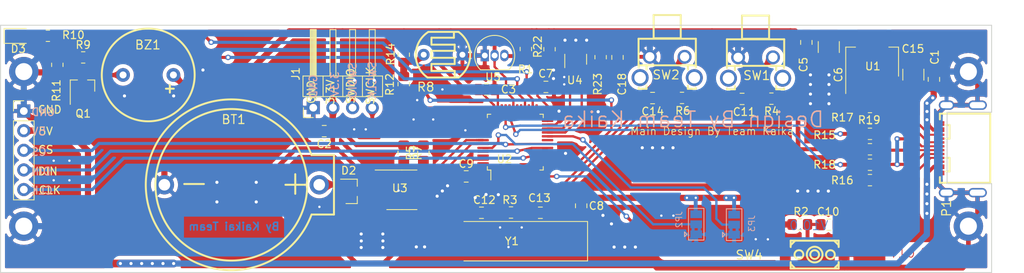
<source format=kicad_pcb>
(kicad_pcb (version 20171130) (host pcbnew "(5.1.9)-1")
  (layers (0 F.Cu signal) (31 B.Cu signal) (34 B.Paste user hide) (35 F.Paste user) (36 B.SilkS user) (37 F.SilkS user) (38 B.Mask user) (39 F.Mask user) (44 Edge.Cuts user))
  (net 0 "")
  (net 1 GND)
  (net 2 VCC)
  (net 3 +3V3)
  (net 4 RESET)
  (net 5 OSC_IN)
  (net 6 OSC_OUT)
  (net 7 SWCLK)
  (net 8 SWDIO)
  (net 9 SPI1_SCK)
  (net 10 SPI1_CS)
  (net 11 SPI1_MOSI)
  (net 12 BOOT0)
  (net 13 BOOT1)
  (net 14 I2C1_SDA)
  (net 15 I2C1_SCL)
  (net 16 USB_D-)
  (net 17 USB_D+)
  (net 18 KEY1)
  (net 19 KEY2)
  (net 20 LIGHT_SENSOR)
  (net 21 RUN_LED)
  (net 22 "Net-(BZ1-Pad2)")
  (net 23 "Net-(Q1-Pad1)")
  (net 24 BEEP)
  (net 25 "Net-(BT1-Pad1)")
  (net 26 "Net-(D2-Pad3)")
  (net 27 "Net-(D3-Pad2)")
  (net 28 "Net-(P1-PadA5)")
  (net 29 "Net-(P1-PadB5)")
  (net 30 "Net-(R12-Pad1)")
  (net 31 I2C2_SDA)
  (net 32 I2C2_SCL)
  (net 33 D+)
  (net 34 D-)
  (net 35 DS18B20)
  (module Sensor_Humidity:Sensirion_DFN-8-1EP_2.5x2.5mm_P0.5mm_EP1.1x1.7mm (layer F.Cu) (at 174.28 104.4 90)
    (fp_text reference U4 (at -2.712 -0.112 180) (layer F.SilkS))
    (fp_text value SHT30-DIS)
    (pad 1 smd rect (at -1.175 -0.75 90) (size 0.55 0.25) (layers F.Cu F.Paste F.Mask) (net 31 I2C2_SDA))
    (pad 2 smd rect (at -1.175 -0.25 90) (size 0.55 0.25) (layers F.Cu F.Paste F.Mask) (net 1 GND))
    (pad 3 smd rect (at -1.175 0.25 90) (size 0.55 0.25) (layers F.Cu F.Paste F.Mask))
    (pad 4 smd rect (at -1.175 0.75 270) (size 0.55 0.25) (layers F.Cu F.Paste F.Mask) (net 32 I2C2_SCL))
    (pad 5 smd rect (at 1.175 0.75 90) (size 0.55 0.25) (layers F.Cu F.Paste F.Mask) (net 3 +3V3))
    (pad 6 smd rect (at 1.175 0.25 90) (size 0.55 0.25) (layers F.Cu F.Paste F.Mask))
    (pad 7 smd rect (at 1.175 -0.25 90) (size 0.55 0.25) (layers F.Cu F.Paste F.Mask) (net 1 GND))
    (pad 8 smd rect (at 1.175 -0.75 90) (size 0.55 0.25) (layers F.Cu F.Paste F.Mask) (net 1 GND))
    (pad 9 smd custom (at 0 0 90) (size 1 1) (layers F.Cu F.Mask) (net 1 GND) (options (clearance outline) (anchor circle)) (primitives (gr_poly (pts (xy 0.5 0.85) (xy -0.5 0.85) (xy -0.5 -0.55) (xy -0.2 -0.85) (xy 0.5 -0.85)) (width 0))))
  )
  (module Capacitor_SMD:C_1210_3225Metric_Pad1.33x2.70mm_HandSolder (layer F.Cu) (at 206.96956 102.82 270)
    (fp_text reference C5 (at 2.28 3.26956 90) (layer F.SilkS))
    (fp_text value 47uf)
    (pad 2 smd roundrect (at 1.5625 0 270) (size 1.325 2.7) (layers F.Cu F.Paste F.Mask) (roundrect_rratio 0.1886784905660377) (net 1 GND))
    (pad 1 smd roundrect (at -1.5625 0 270) (size 1.325 2.7) (layers F.Cu F.Paste F.Mask) (roundrect_rratio 0.1886784905660377) (net 3 +3V3))
  )
  (module Package_TO_SOT_THT:TO-92_Inline (layer F.Cu) (at 162.5348 103.9116)
    (fp_text reference U5 (at 1.0652 2.7884) (layer F.SilkS))
    (fp_text value DS18B20)
    (pad 1 thru_hole rect (at 0 0) (size 1.05 1.5) (drill 0.75) (layers *.Cu *.Mask) (net 1 GND))
    (pad 3 thru_hole oval (at 2.54 0) (size 1.05 1.5) (drill 0.75) (layers *.Cu *.Mask) (net 3 +3V3))
    (pad 2 thru_hole oval (at 1.27 0) (size 1.05 1.5) (drill 0.75) (layers *.Cu *.Mask) (net 35 DS18B20))
  )
  (module Resistor_SMD:R_0805_2012Metric_Pad1.20x1.40mm_HandSolder (layer F.Cu) (at 167.8434 103.0734 270)
    (fp_text reference R1 (at 2.6266 0.0434 180) (layer F.SilkS))
    (fp_text value 5.1K)
    (pad 2 smd roundrect (at 1 0 270) (size 1.2 1.4) (layers F.Cu F.Paste F.Mask) (roundrect_rratio 0.2083325) (net 3 +3V3))
    (pad 1 smd roundrect (at -1 0 270) (size 1.2 1.4) (layers F.Cu F.Paste F.Mask) (roundrect_rratio 0.2083325) (net 35 DS18B20))
  )
  (module Connector_PinHeader_2.54mm:PinHeader_1x04_P2.54mm_Horizontal (layer F.Cu) (at 140.386 110.668 90)
    (fp_text reference J1 (at 4.385 -2.27 90) (layer F.SilkS))
    (fp_text value Conn_01x04)
    (pad 4 thru_hole oval (at 0 7.62 90) (size 1.7 1.7) (drill 1) (layers *.Cu *.Mask) (net 7 SWCLK))
    (pad 3 thru_hole oval (at 0 5.08 90) (size 1.7 1.7) (drill 1) (layers *.Cu *.Mask) (net 8 SWDIO))
    (pad 2 thru_hole oval (at 0 2.54 90) (size 1.7 1.7) (drill 1) (layers *.Cu *.Mask) (net 3 +3V3))
    (pad 1 thru_hole rect (at 0 0 90) (size 1.7 1.7) (drill 1) (layers *.Cu *.Mask) (net 1 GND))
  )
  (module Capacitor_SMD:C_0805_2012Metric_Pad1.18x1.45mm_HandSolder (layer F.Cu) (at 141.8 113.7 180)
    (fp_text reference C2 (at 0 -1.68) (layer F.SilkS))
    (fp_text value 100nf)
    (pad 2 smd roundrect (at 1.0375 0 180) (size 1.175 1.45) (layers F.Cu F.Paste F.Mask) (roundrect_rratio 0.2127659574468085) (net 1 GND))
    (pad 1 smd roundrect (at -1.0375 0 180) (size 1.175 1.45) (layers F.Cu F.Paste F.Mask) (roundrect_rratio 0.2127659574468085) (net 3 +3V3))
  )
  (module Kaka-footprints:USB-C-SMD_TYPE-C-USB-4_C168688 (layer F.Cu) (at 223.75 116 90)
    (fp_text reference P1 (at -8.892 -1.576 90) (layer F.SilkS) (effects (font (size 1.143 1.143) (thickness 0.152)) (justify left)))
    (fp_text value USB-C-SMD_TYPE-C16PIN_C168688 hide)
    (fp_line (start -4.5 -1.5) (end 4.75 -1.5) (layer Edge.Cuts) (width 0.12))
    (fp_line (start -4.5 -1.5) (end -4.5 4.25) (layer Edge.Cuts) (width 0.12))
    (fp_line (start 4.75 -1.5) (end 4.75 4.25) (layer Edge.Cuts) (width 0.12))
    (pad 0 thru_hole oval (at -5.663 -1.57 90) (size 1.2 2) (drill oval 0.8 1.6) (layers *.Cu *.Paste *.Mask) (net 1 GND))
    (pad 0 thru_hole oval (at 5.663 -1.57 90) (size 1.2 2) (drill oval 0.8 1.6) (layers *.Cu *.Paste *.Mask) (net 1 GND))
    (pad 0 thru_hole oval (at 5.663 2.43 90) (size 1.2 2.4) (drill oval 0.8 2) (layers *.Cu *.Paste *.Mask) (net 1 GND))
    (pad 0 thru_hole oval (at -5.663 2.43 90) (size 1.2 2.4) (drill oval 0.8 2) (layers *.Cu *.Paste *.Mask) (net 1 GND))
    (pad A12 smd rect (at 3.438 -2.43 90) (size 0.3 1.15) (layers F.Cu F.Paste F.Mask) (net 1 GND))
    (pad B1 smd rect (at 3.138 -2.43 90) (size 0.3 1.15) (layers F.Cu F.Paste F.Mask) (net 1 GND))
    (pad A9 smd rect (at 2.638 -2.43 90) (size 0.3 1.15) (layers F.Cu F.Paste F.Mask) (net 2 VCC))
    (pad B4 smd rect (at 2.337 -2.43 90) (size 0.3 1.15) (layers F.Cu F.Paste F.Mask) (net 2 VCC))
    (pad B5 smd rect (at 1.838 -2.43 90) (size 0.3 1.15) (layers F.Cu F.Paste F.Mask) (net 29 "Net-(P1-PadB5)"))
    (pad A8 smd rect (at 1.337 -2.43 90) (size 0.3 1.15) (layers F.Cu F.Paste F.Mask))
    (pad B6 smd rect (at 0.838 -2.43 90) (size 0.3 1.15) (layers F.Cu F.Paste F.Mask) (net 33 D+))
    (pad A7 smd rect (at 0.337 -2.428 90) (size 0.3 1.15) (layers F.Cu F.Paste F.Mask) (net 34 D-))
    (pad A6 smd rect (at -0.162 -2.43 90) (size 0.3 1.15) (layers F.Cu F.Paste F.Mask) (net 33 D+))
    (pad B7 smd rect (at -0.663 -2.428 90) (size 0.3 1.15) (layers F.Cu F.Paste F.Mask) (net 34 D-))
    (pad A5 smd rect (at -1.162 -2.43 90) (size 0.3 1.15) (layers F.Cu F.Paste F.Mask) (net 28 "Net-(P1-PadA5)"))
    (pad B8 smd rect (at -1.663 -2.43 90) (size 0.3 1.15) (layers F.Cu F.Paste F.Mask))
    (pad B9 smd rect (at -2.162 -2.426 90) (size 0.3 1.15) (layers F.Cu F.Paste F.Mask) (net 2 VCC))
    (pad A4 smd rect (at -2.462 -2.426 90) (size 0.3 1.15) (layers F.Cu F.Paste F.Mask) (net 2 VCC))
    (pad B12 smd rect (at -2.963 -2.428 90) (size 0.3 1.15) (layers F.Cu F.Paste F.Mask) (net 1 GND))
    (pad A1 smd rect (at -3.263 -2.428 90) (size 0.3 1.15) (layers F.Cu F.Paste F.Mask) (net 1 GND))
  )
  (module Kaka-footprints:BAT-TH_BS-2-1 (layer F.Cu) (at 131.16 120.64 90)
    (fp_text reference BT1 (at 8.448 -2.712 180) (layer F.SilkS) (effects (font (size 1.143 1.143) (thickness 0.152)) (justify left)))
    (fp_text value Battery_Cell hide)
    (pad 2 thru_hole circle (at 0 -10 180) (size 2.5 2.5) (drill 1.5) (layers *.Cu *.Paste *.Mask) (net 1 GND))
    (pad 1 thru_hole circle (at 0 10 180) (size 2.5 2.5) (drill 1.5) (layers *.Cu *.Paste *.Mask) (net 25 "Net-(BT1-Pad1)"))
  )
  (module Package_QFP:LQFP-48_7x7mm_P0.5mm (layer F.Cu) (at 166.48 115.12 90)
    (fp_text reference U2 (at -2.2 -1.4 180) (layer F.SilkS))
    (fp_text value STM32F103C8Tx)
    (pad 48 smd roundrect (at -2.75 -4.1625 90) (size 0.3 1.475) (layers F.Cu F.Paste F.Mask) (net 3 +3V3))
    (pad 47 smd roundrect (at -2.25 -4.1625 90) (size 0.3 1.475) (layers F.Cu F.Paste F.Mask) (net 1 GND))
    (pad 46 smd roundrect (at -1.75 -4.1625 90) (size 0.3 1.475) (layers F.Cu F.Paste F.Mask))
    (pad 45 smd roundrect (at -1.25 -4.1625 90) (size 0.3 1.475) (layers F.Cu F.Paste F.Mask))
    (pad 44 smd roundrect (at -0.75 -4.1625 90) (size 0.3 1.475) (layers F.Cu F.Paste F.Mask) (net 12 BOOT0))
    (pad 43 smd roundrect (at -0.25 -4.1625 90) (size 0.3 1.475) (layers F.Cu F.Paste F.Mask) (net 14 I2C1_SDA))
    (pad 42 smd roundrect (at 0.25 -4.1625 90) (size 0.3 1.475) (layers F.Cu F.Paste F.Mask) (net 15 I2C1_SCL))
    (pad 41 smd roundrect (at 0.75 -4.1625 90) (size 0.3 1.475) (layers F.Cu F.Paste F.Mask))
    (pad 40 smd roundrect (at 1.25 -4.1625 90) (size 0.3 1.475) (layers F.Cu F.Paste F.Mask))
    (pad 39 smd roundrect (at 1.75 -4.1625 90) (size 0.3 1.475) (layers F.Cu F.Paste F.Mask))
    (pad 38 smd roundrect (at 2.25 -4.1625 90) (size 0.3 1.475) (layers F.Cu F.Paste F.Mask))
    (pad 37 smd roundrect (at 2.75 -4.1625 90) (size 0.3 1.475) (layers F.Cu F.Paste F.Mask) (net 7 SWCLK))
    (pad 36 smd roundrect (at 4.1625 -2.75 90) (size 1.475 0.3) (layers F.Cu F.Paste F.Mask) (net 3 +3V3))
    (pad 35 smd roundrect (at 4.1625 -2.25 90) (size 1.475 0.3) (layers F.Cu F.Paste F.Mask) (net 1 GND))
    (pad 34 smd roundrect (at 4.1625 -1.75 90) (size 1.475 0.3) (layers F.Cu F.Paste F.Mask) (net 8 SWDIO))
    (pad 33 smd roundrect (at 4.1625 -1.25 90) (size 1.475 0.3) (layers F.Cu F.Paste F.Mask) (net 17 USB_D+))
    (pad 32 smd roundrect (at 4.1625 -0.75 90) (size 1.475 0.3) (layers F.Cu F.Paste F.Mask) (net 16 USB_D-))
    (pad 31 smd roundrect (at 4.1625 -0.25 90) (size 1.475 0.3) (layers F.Cu F.Paste F.Mask) (net 35 DS18B20))
    (pad 30 smd roundrect (at 4.1625 0.25 90) (size 1.475 0.3) (layers F.Cu F.Paste F.Mask))
    (pad 29 smd roundrect (at 4.1625 0.75 90) (size 1.475 0.3) (layers F.Cu F.Paste F.Mask))
    (pad 28 smd roundrect (at 4.1625 1.25 90) (size 1.475 0.3) (layers F.Cu F.Paste F.Mask) (net 24 BEEP))
    (pad 27 smd roundrect (at 4.1625 1.75 90) (size 1.475 0.3) (layers F.Cu F.Paste F.Mask))
    (pad 26 smd roundrect (at 4.1625 2.25 90) (size 1.475 0.3) (layers F.Cu F.Paste F.Mask) (net 21 RUN_LED))
    (pad 25 smd roundrect (at 4.1625 2.75 90) (size 1.475 0.3) (layers F.Cu F.Paste F.Mask))
    (pad 24 smd roundrect (at 2.75 4.1625 90) (size 0.3 1.475) (layers F.Cu F.Paste F.Mask) (net 3 +3V3))
    (pad 23 smd roundrect (at 2.25 4.1625 90) (size 0.3 1.475) (layers F.Cu F.Paste F.Mask) (net 1 GND))
    (pad 22 smd roundrect (at 1.75 4.1625 90) (size 0.3 1.475) (layers F.Cu F.Paste F.Mask) (net 31 I2C2_SDA))
    (pad 21 smd roundrect (at 1.25 4.1625 90) (size 0.3 1.475) (layers F.Cu F.Paste F.Mask) (net 32 I2C2_SCL))
    (pad 20 smd roundrect (at 0.75 4.1625 90) (size 0.3 1.475) (layers F.Cu F.Paste F.Mask) (net 13 BOOT1))
    (pad 19 smd roundrect (at 0.25 4.1625 90) (size 0.3 1.475) (layers F.Cu F.Paste F.Mask))
    (pad 18 smd roundrect (at -0.25 4.1625 90) (size 0.3 1.475) (layers F.Cu F.Paste F.Mask) (net 10 SPI1_CS))
    (pad 17 smd roundrect (at -0.75 4.1625 90) (size 0.3 1.475) (layers F.Cu F.Paste F.Mask) (net 11 SPI1_MOSI))
    (pad 16 smd roundrect (at -1.25 4.1625 90) (size 0.3 1.475) (layers F.Cu F.Paste F.Mask))
    (pad 15 smd roundrect (at -1.75 4.1625 90) (size 0.3 1.475) (layers F.Cu F.Paste F.Mask) (net 9 SPI1_SCK))
    (pad 14 smd roundrect (at -2.25 4.1625 90) (size 0.3 1.475) (layers F.Cu F.Paste F.Mask))
    (pad 13 smd roundrect (at -2.75 4.1625 90) (size 0.3 1.475) (layers F.Cu F.Paste F.Mask) (net 20 LIGHT_SENSOR))
    (pad 12 smd roundrect (at -4.1625 2.75 90) (size 1.475 0.3) (layers F.Cu F.Paste F.Mask))
    (pad 11 smd roundrect (at -4.1625 2.25 90) (size 1.475 0.3) (layers F.Cu F.Paste F.Mask) (net 19 KEY2))
    (pad 10 smd roundrect (at -4.1625 1.75 90) (size 1.475 0.3) (layers F.Cu F.Paste F.Mask) (net 18 KEY1))
    (pad 9 smd roundrect (at -4.1625 1.25 90) (size 1.475 0.3) (layers F.Cu F.Paste F.Mask) (net 3 +3V3))
    (pad 8 smd roundrect (at -4.1625 0.75 90) (size 1.475 0.3) (layers F.Cu F.Paste F.Mask) (net 1 GND))
    (pad 7 smd roundrect (at -4.1625 0.25 90) (size 1.475 0.3) (layers F.Cu F.Paste F.Mask) (net 4 RESET))
    (pad 6 smd roundrect (at -4.1625 -0.25 90) (size 1.475 0.3) (layers F.Cu F.Paste F.Mask) (net 6 OSC_OUT))
    (pad 5 smd roundrect (at -4.1625 -0.75 90) (size 1.475 0.3) (layers F.Cu F.Paste F.Mask) (net 5 OSC_IN))
    (pad 4 smd roundrect (at -4.1625 -1.25 90) (size 1.475 0.3) (layers F.Cu F.Paste F.Mask))
    (pad 3 smd roundrect (at -4.1625 -1.75 90) (size 1.475 0.3) (layers F.Cu F.Paste F.Mask))
    (pad 2 smd roundrect (at -4.1625 -2.25 90) (size 1.475 0.3) (layers F.Cu F.Paste F.Mask))
    (pad 1 smd roundrect (at -4.1625 -2.75 90) (size 1.475 0.3) (layers F.Cu F.Paste F.Mask) (net 3 +3V3))
  )
  (module Capacitor_SMD:C_0805_2012Metric_Pad1.18x1.45mm_HandSolder (layer F.Cu) (at 220.55 107 90)
    (fp_text reference C1 (at 2.866 0.1 90) (layer F.SilkS))
    (fp_text value 10uf)
    (pad 2 smd roundrect (at 1.0375 0 90) (size 1.175 1.45) (layers F.Cu F.Paste F.Mask) (roundrect_rratio 0.2127659574468085) (net 1 GND))
    (pad 1 smd roundrect (at -1.0375 0 90) (size 1.175 1.45) (layers F.Cu F.Paste F.Mask) (roundrect_rratio 0.2127659574468085) (net 2 VCC))
  )
  (module Kaka-footprints:SW-SMD_L6.2-W3.6-LS8.0 (layer F.Cu) (at 205.146 129.674)
    (fp_text reference SW4 (at -10.3024 0.044) (layer F.SilkS) (effects (font (size 1.143 1.143) (thickness 0.1524)) (justify left)))
    (fp_text value KEY-SMD_2P-L6.2-W3.6-LS8.0 hide)
    (pad 1 smd rect (at -3.79984 -0.000025 90) (size 1.499997 1.399997) (layers F.Cu F.Paste F.Mask) (net 4 RESET))
    (pad 2 smd rect (at 3.79984 -0.000025 90) (size 1.499997 1.399997) (layers F.Cu F.Paste F.Mask) (net 1 GND))
  )
  (module Resistor_SMD:R_0805_2012Metric_Pad1.20x1.40mm_HandSolder (layer F.Cu) (at 152.07 116.51 90)
    (fp_text reference R7 (at 0 1.806 90) (layer F.SilkS))
    (fp_text value 4.7K)
    (pad 2 smd roundrect (at 1 0 90) (size 1.2 1.4) (layers F.Cu F.Paste F.Mask) (roundrect_rratio 0.2083325) (net 3 +3V3))
    (pad 1 smd roundrect (at -1 0 90) (size 1.2 1.4) (layers F.Cu F.Paste F.Mask) (roundrect_rratio 0.2083325) (net 14 I2C1_SDA))
  )
  (module Resistor_SMD:R_0805_2012Metric_Pad1.20x1.40mm_HandSolder (layer F.Cu) (at 154.61 116.51 90)
    (fp_text reference R5 (at 0 -1.65 90) (layer F.SilkS))
    (fp_text value 4.7K)
    (pad 2 smd roundrect (at 1 0 90) (size 1.2 1.4) (layers F.Cu F.Paste F.Mask) (roundrect_rratio 0.2083325) (net 3 +3V3))
    (pad 1 smd roundrect (at -1 0 90) (size 1.2 1.4) (layers F.Cu F.Paste F.Mask) (roundrect_rratio 0.2083325) (net 15 I2C1_SCL))
  )
  (module Crystal:Crystal_SMD_HC49-SD_HandSoldering (layer F.Cu) (at 165.74 127.94 180)
    (fp_text reference Y1 (at -0.3 0) (layer F.SilkS))
    (fp_text value 8MHZ)
    (pad 2 smd rect (at 5.9375 0 180) (size 7.875 2) (layers F.Cu F.Paste F.Mask) (net 5 OSC_IN))
    (pad 1 smd rect (at -5.9375 0 180) (size 7.875 2) (layers F.Cu F.Paste F.Mask) (net 6 OSC_OUT))
  )
  (module Jumper:SolderJumper-3_P1.3mm_Bridged2Bar12_Pad1.0x1.5mm (layer B.Cu) (at 194.74 125.8 90)
    (fp_text reference JP3 (at 0.146 2.288 270) (layer B.SilkS) (effects (font (size 0.8 0.8) (thickness 0.1)) (justify mirror)))
    (fp_text value Jumper_NC_Dual)
    (fp_poly (pts (xy -0.9 -0.2) (xy -0.4 -0.2) (xy -0.4 -0.6) (xy -0.9 -0.6)) (layer B.Cu) (width 0))
    (fp_poly (pts (xy -0.9 0.6) (xy -0.4 0.6) (xy -0.4 0.2) (xy -0.9 0.2)) (layer B.Cu) (width 0))
    (pad 2 smd rect (at 0 0 90) (size 1 1.5) (layers B.Cu B.Mask) (net 13 BOOT1))
    (pad 3 smd rect (at 1.3 0 90) (size 1 1.5) (layers B.Cu B.Mask) (net 3 +3V3))
    (pad 1 smd rect (at -1.3 0 90) (size 1 1.5) (layers B.Cu B.Mask) (net 1 GND))
  )
  (module Resistor_SMD:R_0805_2012Metric_Pad1.20x1.40mm_HandSolder (layer F.Cu) (at 177.5 104.13 90)
    (fp_text reference R23 (at -3.49 -0.372 270) (layer F.SilkS))
    (fp_text value 4.7K)
    (pad 2 smd roundrect (at 1 0 90) (size 1.2 1.4) (layers F.Cu F.Paste F.Mask) (roundrect_rratio 0.2083325) (net 3 +3V3))
    (pad 1 smd roundrect (at -1 0 90) (size 1.2 1.4) (layers F.Cu F.Paste F.Mask) (roundrect_rratio 0.2083325) (net 32 I2C2_SCL))
  )
  (module Resistor_SMD:R_0805_2012Metric_Pad1.20x1.40mm_HandSolder (layer F.Cu) (at 170.9 103.1 90)
    (fp_text reference R22 (at 0.32 -1.52 270) (layer F.SilkS))
    (fp_text value 4.7K)
    (pad 2 smd roundrect (at 1 0 90) (size 1.2 1.4) (layers F.Cu F.Paste F.Mask) (roundrect_rratio 0.2083325) (net 3 +3V3))
    (pad 1 smd roundrect (at -1 0 90) (size 1.2 1.4) (layers F.Cu F.Paste F.Mask) (roundrect_rratio 0.2083325) (net 31 I2C2_SDA))
  )
  (module Capacitor_SMD:C_0805_2012Metric_Pad1.18x1.45mm_HandSolder (layer F.Cu) (at 179.68 104.16 270)
    (fp_text reference C18 (at 3.46 -0.584 270) (layer F.SilkS))
    (fp_text value 100nf)
    (pad 2 smd roundrect (at 1.0375 0 270) (size 1.175 1.45) (layers F.Cu F.Paste F.Mask) (roundrect_rratio 0.2127659574468085) (net 1 GND))
    (pad 1 smd roundrect (at -1.0375 0 270) (size 1.175 1.45) (layers F.Cu F.Paste F.Mask) (roundrect_rratio 0.2127659574468085) (net 3 +3V3))
  )
  (module Capacitor_SMD:C_0805_2012Metric_Pad1.18x1.45mm_HandSolder (layer F.Cu) (at 206.996 125.804 180)
    (fp_text reference C10 (at 0.1 1.674) (layer F.SilkS))
    (fp_text value 100nf)
    (pad 2 smd roundrect (at 1.0375 0 180) (size 1.175 1.45) (layers F.Cu F.Paste F.Mask) (roundrect_rratio 0.2127659574468085) (net 4 RESET))
    (pad 1 smd roundrect (at -1.0375 0 180) (size 1.175 1.45) (layers F.Cu F.Paste F.Mask) (roundrect_rratio 0.2127659574468085) (net 1 GND))
  )
  (module Resistor_SMD:R_0805_2012Metric_Pad1.20x1.40mm_HandSolder (layer F.Cu) (at 212.286 114.0475 180)
    (fp_text reference R19 (at 0.094975 1.792032 180) (layer F.SilkS))
    (fp_text value 33)
    (pad 2 smd roundrect (at 1 0 180) (size 1.2 1.4) (layers F.Cu F.Paste F.Mask) (roundrect_rratio 0.2083325) (net 17 USB_D+))
    (pad 1 smd roundrect (at -1 0 180) (size 1.2 1.4) (layers F.Cu F.Paste F.Mask) (roundrect_rratio 0.2083325) (net 33 D+))
  )
  (module Resistor_SMD:R_0805_2012Metric_Pad1.20x1.40mm_HandSolder (layer F.Cu) (at 212.286 118.0425 180)
    (fp_text reference R18 (at 5.86 0.0085) (layer F.SilkS))
    (fp_text value 33)
    (pad 2 smd roundrect (at 1 0 180) (size 1.2 1.4) (layers F.Cu F.Paste F.Mask) (roundrect_rratio 0.2083325) (net 16 USB_D-))
    (pad 1 smd roundrect (at -1 0 180) (size 1.2 1.4) (layers F.Cu F.Paste F.Mask) (roundrect_rratio 0.2083325) (net 34 D-))
  )
  (module Resistor_SMD:R_0805_2012Metric_Pad1.20x1.40mm_HandSolder (layer F.Cu) (at 212.286 116.045)
    (fp_text reference R15 (at -5.86 -1.821) (layer F.SilkS))
    (fp_text value 1.5K)
    (pad 2 smd roundrect (at 1 0) (size 1.2 1.4) (layers F.Cu F.Paste F.Mask) (roundrect_rratio 0.2083325) (net 33 D+))
    (pad 1 smd roundrect (at -1 0) (size 1.2 1.4) (layers F.Cu F.Paste F.Mask) (roundrect_rratio 0.2083325) (net 3 +3V3))
  )
  (module Resistor_SMD:R_0805_2012Metric_Pad1.20x1.40mm_HandSolder (layer F.Cu) (at 212.286 112.05 180)
    (fp_text reference R17 (at 3.574 0.112) (layer F.SilkS))
    (fp_text value 5.1K)
    (pad 2 smd roundrect (at 1 0 180) (size 1.2 1.4) (layers F.Cu F.Paste F.Mask) (roundrect_rratio 0.2083325) (net 1 GND))
    (pad 1 smd roundrect (at -1 0 180) (size 1.2 1.4) (layers F.Cu F.Paste F.Mask) (roundrect_rratio 0.2083325) (net 29 "Net-(P1-PadB5)"))
  )
  (module Resistor_SMD:R_0805_2012Metric_Pad1.20x1.40mm_HandSolder (layer F.Cu) (at 212.286 120.04 180)
    (fp_text reference R16 (at 3.574 -0.026) (layer F.SilkS))
    (fp_text value 5.1K)
    (pad 2 smd roundrect (at 1 0 180) (size 1.2 1.4) (layers F.Cu F.Paste F.Mask) (roundrect_rratio 0.2083325) (net 1 GND))
    (pad 1 smd roundrect (at -1 0 180) (size 1.2 1.4) (layers F.Cu F.Paste F.Mask) (roundrect_rratio 0.2083325) (net 28 "Net-(P1-PadA5)"))
  )
  (module Jumper:SolderJumper-3_P1.3mm_Bridged2Bar12_Pad1.0x1.5mm (layer B.Cu) (at 189.84 125.75 90)
    (fp_text reference JP2 (at 0.604 -2.21 270) (layer B.SilkS) (effects (font (size 0.8 0.8) (thickness 0.1)) (justify mirror)))
    (fp_text value Jumper_NC_Dual)
    (fp_poly (pts (xy -0.9 -0.2) (xy -0.4 -0.2) (xy -0.4 -0.6) (xy -0.9 -0.6)) (layer B.Cu) (width 0))
    (fp_poly (pts (xy -0.9 0.6) (xy -0.4 0.6) (xy -0.4 0.2) (xy -0.9 0.2)) (layer B.Cu) (width 0))
    (pad 2 smd rect (at 0 0 90) (size 1 1.5) (layers B.Cu B.Mask) (net 12 BOOT0))
    (pad 3 smd rect (at 1.3 0 90) (size 1 1.5) (layers B.Cu B.Mask) (net 3 +3V3))
    (pad 1 smd rect (at -1.3 0 90) (size 1 1.5) (layers B.Cu B.Mask) (net 1 GND))
  )
  (module Package_TO_SOT_SMD:SOT-23 (layer F.Cu) (at 145.31 121.49)
    (fp_text reference D2 (at -0.352 -2.694) (layer F.SilkS))
    (fp_text value BAT54C)
    (pad 3 smd rect (at 1 0) (size 0.9 0.8) (layers F.Cu F.Paste F.Mask) (net 26 "Net-(D2-Pad3)"))
    (pad 2 smd rect (at -1 0.95) (size 0.9 0.8) (layers F.Cu F.Paste F.Mask) (net 3 +3V3))
    (pad 1 smd rect (at -1 -0.95) (size 0.9 0.8) (layers F.Cu F.Paste F.Mask) (net 25 "Net-(BT1-Pad1)"))
  )
  (module Capacitor_SMD:C_1210_3225Metric_Pad1.33x2.70mm_HandSolder (layer F.Cu) (at 217.89 106.39 90)
    (fp_text reference C15 (at 3.342 -0.05 180) (layer F.SilkS))
    (fp_text value 100nf)
    (pad 2 smd roundrect (at 1.5625 0 90) (size 1.325 2.7) (layers F.Cu F.Paste F.Mask) (roundrect_rratio 0.1886784905660377) (net 1 GND))
    (pad 1 smd roundrect (at -1.5625 0 90) (size 1.325 2.7) (layers F.Cu F.Paste F.Mask) (roundrect_rratio 0.1886784905660377) (net 2 VCC))
  )
  (module Resistor_SMD:R_0805_2012Metric_Pad1.20x1.40mm_HandSolder (layer F.Cu) (at 107.33 105.12 90)
    (fp_text reference R11 (at -3.322 -0.114 270) (layer F.SilkS))
    (fp_text value 1K)
    (pad 2 smd roundrect (at 1 0 90) (size 1.2 1.4) (layers F.Cu F.Paste F.Mask) (roundrect_rratio 0.2083325) (net 23 "Net-(Q1-Pad1)"))
    (pad 1 smd roundrect (at -1 0 90) (size 1.2 1.4) (layers F.Cu F.Paste F.Mask) (roundrect_rratio 0.2083325) (net 1 GND))
  )
  (module Resistor_SMD:R_0805_2012Metric_Pad1.20x1.40mm_HandSolder (layer F.Cu) (at 110.67 104.16)
    (fp_text reference R9 (at -0.002 -1.62) (layer F.SilkS))
    (fp_text value 10K)
    (pad 2 smd roundrect (at 1 0) (size 1.2 1.4) (layers F.Cu F.Paste F.Mask) (roundrect_rratio 0.2083325) (net 24 BEEP))
    (pad 1 smd roundrect (at -1 0) (size 1.2 1.4) (layers F.Cu F.Paste F.Mask) (roundrect_rratio 0.2083325) (net 23 "Net-(Q1-Pad1)"))
  )
  (module Package_TO_SOT_SMD:SOT-23_Handsoldering (layer F.Cu) (at 110.58 107.84 90)
    (fp_text reference Q1 (at -3.59 0.088 180) (layer F.SilkS))
    (fp_text value Q_NPN_BEC)
    (pad 3 smd rect (at 1.5 0 90) (size 1.9 0.8) (layers F.Cu F.Paste F.Mask) (net 22 "Net-(BZ1-Pad2)"))
    (pad 2 smd rect (at -1.5 0.95 90) (size 1.9 0.8) (layers F.Cu F.Paste F.Mask) (net 1 GND))
    (pad 1 smd rect (at -1.5 -0.95 90) (size 1.9 0.8) (layers F.Cu F.Paste F.Mask) (net 23 "Net-(Q1-Pad1)"))
  )
  (module Capacitor_SMD:C_0805_2012Metric_Pad1.18x1.45mm_HandSolder (layer F.Cu) (at 160.13958 119.56054 180)
    (fp_text reference C9 (at 0.008 1.634) (layer F.SilkS))
    (fp_text value 100nf)
    (pad 2 smd roundrect (at 1.0375 0 180) (size 1.175 1.45) (layers F.Cu F.Paste F.Mask) (roundrect_rratio 0.2127659574468085) (net 1 GND))
    (pad 1 smd roundrect (at -1.0375 0 180) (size 1.175 1.45) (layers F.Cu F.Paste F.Mask) (roundrect_rratio 0.2127659574468085) (net 3 +3V3))
  )
  (module LED_SMD:LED_0805_2012Metric_Pad1.15x1.40mm_HandSolder (layer F.Cu) (at 102.32 101.38)
    (fp_text reference D3 (at -0.034 1.668) (layer F.SilkS))
    (fp_text value D1)
    (pad 2 smd roundrect (at 1.025 0) (size 1.15 1.4) (layers F.Cu F.Paste F.Mask) (roundrect_rratio 0.2173904347826087) (net 27 "Net-(D3-Pad2)"))
    (pad 1 smd roundrect (at -1.025 0) (size 1.15 1.4) (layers F.Cu F.Paste F.Mask) (roundrect_rratio 0.2173904347826087) (net 1 GND))
  )
  (module Resistor_SMD:R_0805_2012Metric_Pad1.20x1.40mm_HandSolder (layer F.Cu) (at 106.11 101.36)
    (fp_text reference R10 (at 3.288 -0.09) (layer F.SilkS))
    (fp_text value 200)
    (pad 2 smd roundrect (at 1 0) (size 1.2 1.4) (layers F.Cu F.Paste F.Mask) (roundrect_rratio 0.2083325) (net 21 RUN_LED))
    (pad 1 smd roundrect (at -1 0) (size 1.2 1.4) (layers F.Cu F.Paste F.Mask) (roundrect_rratio 0.2083325) (net 27 "Net-(D3-Pad2)"))
  )
  (module Resistor_SMD:R_0805_2012Metric_Pad1.20x1.40mm_HandSolder (layer F.Cu) (at 199.56 109.5 180)
    (fp_text reference R4 (at -0.03 -1.63) (layer F.SilkS))
    (fp_text value 10K)
    (pad 2 smd roundrect (at 1 0 180) (size 1.2 1.4) (layers F.Cu F.Paste F.Mask) (roundrect_rratio 0.2083325) (net 18 KEY1))
    (pad 1 smd roundrect (at -1 0 180) (size 1.2 1.4) (layers F.Cu F.Paste F.Mask) (roundrect_rratio 0.2083325) (net 3 +3V3))
  )
  (module Resistor_SMD:R_0805_2012Metric_Pad1.20x1.40mm_HandSolder (layer F.Cu) (at 188.01 109.4 180)
    (fp_text reference R6 (at -0.11 -1.67) (layer F.SilkS))
    (fp_text value 10K)
    (pad 2 smd roundrect (at 1 0 180) (size 1.2 1.4) (layers F.Cu F.Paste F.Mask) (roundrect_rratio 0.2083325) (net 19 KEY2))
    (pad 1 smd roundrect (at -1 0 180) (size 1.2 1.4) (layers F.Cu F.Paste F.Mask) (roundrect_rratio 0.2083325) (net 3 +3V3))
  )
  (module Capacitor_SMD:C_0805_2012Metric_Pad1.18x1.45mm_HandSolder (layer F.Cu) (at 184.21 109.42)
    (fp_text reference C14 (at 0.02 1.73) (layer F.SilkS))
    (fp_text value 100nf)
    (pad 2 smd roundrect (at 1.0375 0) (size 1.175 1.45) (layers F.Cu F.Paste F.Mask) (roundrect_rratio 0.2127659574468085) (net 19 KEY2))
    (pad 1 smd roundrect (at -1.0375 0) (size 1.175 1.45) (layers F.Cu F.Paste F.Mask) (roundrect_rratio 0.2127659574468085) (net 1 GND))
  )
  (module Capacitor_SMD:C_0805_2012Metric_Pad1.18x1.45mm_HandSolder (layer F.Cu) (at 195.77 109.53)
    (fp_text reference C11 (at 0.27 1.68 180) (layer F.SilkS))
    (fp_text value 100nf)
    (pad 2 smd roundrect (at 1.0375 0) (size 1.175 1.45) (layers F.Cu F.Paste F.Mask) (roundrect_rratio 0.2127659574468085) (net 18 KEY1))
    (pad 1 smd roundrect (at -1.0375 0) (size 1.175 1.45) (layers F.Cu F.Paste F.Mask) (roundrect_rratio 0.2127659574468085) (net 1 GND))
  )
  (module Resistor_SMD:R_0805_2012Metric_Pad1.20x1.40mm_HandSolder (layer F.Cu) (at 152.07 103.81 90)
    (fp_text reference R14 (at 0.066 -1.692 90) (layer F.SilkS))
    (fp_text value 22K)
    (pad 2 smd roundrect (at 1 0 90) (size 1.2 1.4) (layers F.Cu F.Paste F.Mask) (roundrect_rratio 0.2083325) (net 3 +3V3))
    (pad 1 smd roundrect (at -1 0 90) (size 1.2 1.4) (layers F.Cu F.Paste F.Mask) (roundrect_rratio 0.2083325) (net 30 "Net-(R12-Pad1)"))
  )
  (module Resistor_SMD:R_0805_2012Metric_Pad1.20x1.40mm_HandSolder (layer F.Cu) (at 152.07 107.62 270)
    (fp_text reference R12 (at 0.052 1.794 270) (layer F.SilkS))
    (fp_text value 1K)
    (pad 2 smd roundrect (at 1 0 270) (size 1.2 1.4) (layers F.Cu F.Paste F.Mask) (roundrect_rratio 0.2083325) (net 20 LIGHT_SENSOR))
    (pad 1 smd roundrect (at -1 0 270) (size 1.2 1.4) (layers F.Cu F.Paste F.Mask) (roundrect_rratio 0.2083325) (net 30 "Net-(R12-Pad1)"))
  )
  (module MountingHole:MountingHole_2.2mm_M2_DIN965_Pad (layer F.Cu) (at 103 126)
    (fp_text reference H4 hide)
    (fp_text value MountingHole)
    (pad 1 thru_hole circle (at 0 0) (size 3.8 3.8) (drill 2.2) (layers *.Cu *.Mask) (net 1 GND))
  )
  (module MountingHole:MountingHole_2.2mm_M2_DIN965_Pad (layer F.Cu) (at 225 126)
    (fp_text reference H3 hide)
    (fp_text value MountingHole)
    (pad 1 thru_hole circle (at 0 0) (size 3.8 3.8) (drill 2.2) (layers *.Cu *.Mask) (net 1 GND))
  )
  (module MountingHole:MountingHole_2.2mm_M2_DIN965_Pad (layer F.Cu) (at 225 106)
    (fp_text reference H2 hide)
    (fp_text value MountingHole)
    (pad 1 thru_hole circle (at 0 0) (size 3.8 3.8) (drill 2.2) (layers *.Cu *.Mask) (net 1 GND))
  )
  (module MountingHole:MountingHole_2.2mm_M2_DIN965_Pad (layer F.Cu) (at 103 106)
    (fp_text reference H1 hide)
    (fp_text value MountingHole)
    (pad 1 thru_hole circle (at 0 0) (size 3.8 3.8) (drill 2.2) (layers *.Cu *.Mask) (net 1 GND))
  )
  (module Package_TO_SOT_SMD:SOT-223-3_TabPin2 (layer F.Cu) (at 212.57 104.74 90)
    (fp_text reference U1 (at -0.575 0.09) (layer F.SilkS))
    (fp_text value AMS1117-3.3)
    (pad 1 smd rect (at -3.15 -2.3 90) (size 2 1.5) (layers F.Cu F.Paste F.Mask) (net 1 GND))
    (pad 3 smd rect (at -3.15 2.3 90) (size 2 1.5) (layers F.Cu F.Paste F.Mask) (net 2 VCC))
    (pad 2 smd rect (at -3.15 0 90) (size 2 1.5) (layers F.Cu F.Paste F.Mask) (net 3 +3V3))
    (pad 2 smd rect (at 3.15 0 90) (size 2 3.8) (layers F.Cu F.Paste F.Mask) (net 3 +3V3))
  )
  (module Capacitor_SMD:C_0805_2012Metric_Pad1.18x1.45mm_HandSolder (layer F.Cu) (at 174.99 123.36 270)
    (fp_text reference C8 (at 0.008 -1.972 180) (layer F.SilkS))
    (fp_text value 100nf)
    (pad 2 smd roundrect (at 1.0375 0 270) (size 1.175 1.45) (layers F.Cu F.Paste F.Mask) (roundrect_rratio 0.2127659574468085) (net 1 GND))
    (pad 1 smd roundrect (at -1.0375 0 270) (size 1.175 1.45) (layers F.Cu F.Paste F.Mask) (roundrect_rratio 0.2127659574468085) (net 3 +3V3))
  )
  (module Package_SO:SOIC-8_3.9x4.9mm_P1.27mm (layer F.Cu) (at 151.83 121.29)
    (fp_text reference U3 (at -0.268 -0.208) (layer F.SilkS))
    (fp_text value DS3231MZ)
    (pad 8 smd roundrect (at 2.475 -1.905) (size 1.95 0.6) (layers F.Cu F.Paste F.Mask) (net 15 I2C1_SCL))
    (pad 7 smd roundrect (at 2.475 -0.635) (size 1.95 0.6) (layers F.Cu F.Paste F.Mask) (net 14 I2C1_SDA))
    (pad 6 smd roundrect (at 2.475 0.635) (size 1.95 0.6) (layers F.Cu F.Paste F.Mask) (net 26 "Net-(D2-Pad3)"))
    (pad 5 smd roundrect (at 2.475 1.905) (size 1.95 0.6) (layers F.Cu F.Paste F.Mask) (net 1 GND))
    (pad 4 smd roundrect (at -2.475 1.905) (size 1.95 0.6) (layers F.Cu F.Paste F.Mask))
    (pad 3 smd roundrect (at -2.475 0.635) (size 1.95 0.6) (layers F.Cu F.Paste F.Mask))
    (pad 2 smd roundrect (at -2.475 -0.635) (size 1.95 0.6) (layers F.Cu F.Paste F.Mask) (net 3 +3V3))
    (pad 1 smd roundrect (at -2.475 -1.905) (size 1.95 0.6) (layers F.Cu F.Paste F.Mask))
  )
  (module Resistor_SMD:R_0805_2012Metric_Pad1.20x1.40mm_HandSolder (layer F.Cu) (at 165.925 124.23)
    (fp_text reference R3 (at -0.139 -1.624) (layer F.SilkS))
    (fp_text value 1M)
    (pad 2 smd roundrect (at 1 0) (size 1.2 1.4) (layers F.Cu F.Paste F.Mask) (roundrect_rratio 0.2083325) (net 6 OSC_OUT))
    (pad 1 smd roundrect (at -1 0) (size 1.2 1.4) (layers F.Cu F.Paste F.Mask) (roundrect_rratio 0.2083325) (net 5 OSC_IN))
  )
  (module Resistor_SMD:R_0805_2012Metric_Pad1.20x1.40mm_HandSolder (layer F.Cu) (at 203.226 125.774)
    (fp_text reference R2 (at 0.152 -1.644 180) (layer F.SilkS))
    (fp_text value 10K)
    (pad 2 smd roundrect (at 1 0) (size 1.2 1.4) (layers F.Cu F.Paste F.Mask) (roundrect_rratio 0.2083325) (net 4 RESET))
    (pad 1 smd roundrect (at -1 0) (size 1.2 1.4) (layers F.Cu F.Paste F.Mask) (roundrect_rratio 0.2083325) (net 3 +3V3))
  )
  (module Connector_PinHeader_2.54mm:PinHeader_1x05_P2.54mm_Vertical (layer F.Cu) (at 103 111.1)
    (fp_text reference J2 hide)
    (fp_text value Conn_01x05)
    (pad 5 thru_hole oval (at 0 10.16) (size 1.7 1.7) (drill 1) (layers *.Cu *.Mask) (net 9 SPI1_SCK))
    (pad 4 thru_hole oval (at 0 7.62) (size 1.7 1.7) (drill 1) (layers *.Cu *.Mask) (net 11 SPI1_MOSI))
    (pad 3 thru_hole oval (at 0 5.08) (size 1.7 1.7) (drill 1) (layers *.Cu *.Mask) (net 10 SPI1_CS))
    (pad 2 thru_hole oval (at 0 2.54) (size 1.7 1.7) (drill 1) (layers *.Cu *.Mask) (net 2 VCC))
    (pad 1 thru_hole rect (at 0 0) (size 1.7 1.7) (drill 1) (layers *.Cu *.Mask) (net 1 GND))
  )
  (module Capacitor_SMD:C_0805_2012Metric_Pad1.18x1.45mm_HandSolder (layer F.Cu) (at 169.72 124.26 180)
    (fp_text reference C13 (at 0.124 1.908) (layer F.SilkS))
    (fp_text value 20p)
    (pad 2 smd roundrect (at 1.0375 0 180) (size 1.175 1.45) (layers F.Cu F.Paste F.Mask) (roundrect_rratio 0.2127659574468085) (net 6 OSC_OUT))
    (pad 1 smd roundrect (at -1.0375 0 180) (size 1.175 1.45) (layers F.Cu F.Paste F.Mask) (roundrect_rratio 0.2127659574468085) (net 1 GND))
  )
  (module Capacitor_SMD:C_0805_2012Metric_Pad1.18x1.45mm_HandSolder (layer F.Cu) (at 162.11 124.26)
    (fp_text reference C12 (at 0.374 -1.654) (layer F.SilkS))
    (fp_text value 20p)
    (pad 2 smd roundrect (at 1.0375 0) (size 1.175 1.45) (layers F.Cu F.Paste F.Mask) (roundrect_rratio 0.2127659574468085) (net 5 OSC_IN))
    (pad 1 smd roundrect (at -1.0375 0) (size 1.175 1.45) (layers F.Cu F.Paste F.Mask) (roundrect_rratio 0.2127659574468085) (net 1 GND))
  )
  (module Capacitor_SMD:C_0805_2012Metric_Pad1.18x1.45mm_HandSolder (layer F.Cu) (at 170.4342 107.9756)
    (fp_text reference C7 (at -0.01 -1.716) (layer F.SilkS))
    (fp_text value 100nf)
    (pad 2 smd roundrect (at 1.0375 0) (size 1.175 1.45) (layers F.Cu F.Paste F.Mask) (roundrect_rratio 0.2127659574468085) (net 1 GND))
    (pad 1 smd roundrect (at -1.0375 0) (size 1.175 1.45) (layers F.Cu F.Paste F.Mask) (roundrect_rratio 0.2127659574468085) (net 3 +3V3))
  )
  (module Capacitor_SMD:C_0805_2012Metric_Pad1.18x1.45mm_HandSolder (layer F.Cu) (at 204.07142 102.22 270)
    (fp_text reference C6 (at 4.18 -4.12858 270) (layer F.SilkS))
    (fp_text value 100nf)
    (pad 2 smd roundrect (at 1.0375 0 270) (size 1.175 1.45) (layers F.Cu F.Paste F.Mask) (roundrect_rratio 0.2127659574468085) (net 1 GND))
    (pad 1 smd roundrect (at -1.0375 0 270) (size 1.175 1.45) (layers F.Cu F.Paste F.Mask) (roundrect_rratio 0.2127659574468085) (net 3 +3V3))
  )
  (module Capacitor_SMD:C_0805_2012Metric_Pad1.18x1.45mm_HandSolder (layer F.Cu) (at 162.75 108.32)
    (fp_text reference C3 (at 2.85 -0.02 180) (layer F.SilkS))
    (fp_text value 100nf)
    (pad 2 smd roundrect (at 1.0375 0) (size 1.175 1.45) (layers F.Cu F.Paste F.Mask) (roundrect_rratio 0.2127659574468085) (net 1 GND))
    (pad 1 smd roundrect (at -1.0375 0) (size 1.175 1.45) (layers F.Cu F.Paste F.Mask) (roundrect_rratio 0.2127659574468085) (net 3 +3V3))
  )
  (module Kaka-footprints:RES-TH_L7.0-W5.9-P5.00-D0.5 (layer F.Cu) (at 157.15 103.81 90)
    (fp_text reference R8 (at -4.19 -3.45 180) (layer F.SilkS) (effects (font (size 1.143 1.143) (thickness 0.1524)) (justify left)))
    (fp_text value RES-GL7516 hide)
    (pad 1 thru_hole circle (at 0 2.500122) (size 1.524 1.524) (drill oval 0.76708 0.762) (layers *.Cu *.Mask) (net 1 GND))
    (pad 2 thru_hole circle (at 0 -2.499868) (size 1.524 1.524) (drill oval 0.76708 0.762) (layers *.Cu *.Mask) (net 30 "Net-(R12-Pad1)"))
  )
  (module Kaka-footprints:BUZZER-TH_BD12.0-P6.50-D0.6-FD (layer F.Cu) (at 119.07 106.43 180)
    (fp_text reference BZ1 (at -1.71 3.89) (layer F.SilkS) (effects (font (size 1.143 1.143) (thickness 0.152)) (justify right)))
    (fp_text value Buzzer hide)
    (pad 2 thru_hole circle (at 3.251 0 180) (size 1.778 1.778) (drill 0.899) (layers *.Cu *.Paste *.Mask) (net 22 "Net-(BZ1-Pad2)"))
    (pad 1 thru_hole circle (at -3.251 0 180) (size 1.778 1.778) (drill 0.899) (layers *.Cu *.Paste *.Mask) (net 3 +3V3))
  )
  (module Kaka-footprints:SW-TH_TC-1102N-C-QL-B (layer F.Cu) (at 197.51 105.5 180)
    (fp_text reference SW1 (at -2 -1) (layer F.SilkS) (effects (font (size 1.143 1.143) (thickness 0.1524)) (justify right)))
    (fp_text value TC-1102N-C-QL-B hide)
    (pad 1 thru_hole circle (at -2.250084 1.349908 180) (size 1.799996 1.799996) (drill 1.199998) (layers *.Cu *.Mask) (net 18 KEY1))
    (pad 2 thru_hole circle (at 2.250034 1.349908 180) (size 1.799996 1.799996) (drill 1.199998) (layers *.Cu *.Mask) (net 1 GND))
    (pad 3 thru_hole circle (at -3.500018 -1.350112 180) (size 2.199996 2.199996) (drill 1.500022) (layers *.Cu *.Mask))
    (pad 4 thru_hole circle (at 3.499968 -1.350112 180) (size 2.199996 2.199996) (drill 1.500022) (layers *.Cu *.Mask))
  )
  (module Kaka-footprints:SW-TH_TC-1102N-C-QL-B (layer F.Cu) (at 186.1 105.43 180)
    (fp_text reference SW2 (at -1.7 -0.99) (layer F.SilkS) (effects (font (size 1.143 1.143) (thickness 0.1524)) (justify right)))
    (fp_text value TC-1102N-C-QL-B hide)
    (pad 1 thru_hole circle (at -2.250084 1.349908 180) (size 1.799996 1.799996) (drill 1.199998) (layers *.Cu *.Mask) (net 19 KEY2))
    (pad 2 thru_hole circle (at 2.250034 1.349908 180) (size 1.799996 1.799996) (drill 1.199998) (layers *.Cu *.Mask) (net 1 GND))
    (pad 3 thru_hole circle (at -3.500018 -1.350112 180) (size 2.199996 2.199996) (drill 1.500022) (layers *.Cu *.Mask))
    (pad 4 thru_hole circle (at 3.499968 -1.350112 180) (size 2.199996 2.199996) (drill 1.500022) (layers *.Cu *.Mask))
  )
  (gr_text V10.0 (at 204.394 125.908) (layer B.Cu) (effects (font (size 1.2 1.2) (thickness 0.1)) (justify mirror)))
  (gr_text V10.0 (at 217.348 129.464) (layer F.Cu) (effects (font (size 1.2 1.2) (thickness 0.1))))
  (gr_line (start 228 120.5) (end 228 132) (layer Edge.Cuts) (width 0.12))
  (gr_line (start 228 100) (end 228 111.25) (layer Edge.Cuts) (width 0.12))
  (gr_text "By Kaikai Team" (at 130.15 126.04) (layer B.Cu) (effects (font (size 1 1) (thickness 0.2)) (justify mirror)))
  (gr_text "Main Design By Team Kaika" (at 191.9 113.7) (layer F.SilkS) (effects (font (size 1 1) (thickness 0.1))))
  (gr_text GND (at 140.386 107.874 90) (layer B.SilkS) (effects (font (size 1 1)) (justify mirror)))
  (gr_text 3.3V (at 143.18 107.62 90) (layer B.SilkS) (effects (font (size 1 1)) (justify mirror)))
  (gr_text SWDIO (at 145.466 107.112 90) (layer B.SilkS) (effects (font (size 1 1)) (justify mirror)))
  (gr_text SWCLK (at 148.006 107.112 90) (layer B.SilkS) (effects (font (size 1 1)) (justify mirror)))
  (gr_text CLK (at 106.35 121.336) (layer F.SilkS) (effects (font (size 1 1))))
  (gr_text DIN (at 106.096 118.9) (layer F.SilkS) (effects (font (size 1 1))))
  (gr_text CS (at 105.842 116.1) (layer F.SilkS) (effects (font (size 1 1))))
  (gr_text 5V (at 105.842 113.716) (layer F.SilkS) (effects (font (size 1 1))))
  (gr_text GND (at 106.35 110.922) (layer F.SilkS) (effects (font (size 1 1))))
  (gr_text GND (at 140.132 108.636 90) (layer F.SilkS) (effects (font (size 1 1))))
  (gr_text 3.3V (at 142.6 108.636 90) (layer F.SilkS) (effects (font (size 1 1))))
  (gr_text SWDIO (at 145.212 107.874 90) (layer F.SilkS) (effects (font (size 1 1))))
  (gr_text SWCLK (at 147.752 107.83 90) (layer F.SilkS) (effects (font (size 1 1))))
  (gr_text CLK (at 105.31 121.37) (layer B.SilkS) (effects (font (size 1 1)) (justify mirror)))
  (gr_text DIN (at 105.2 118.91) (layer B.SilkS) (effects (font (size 1 1)) (justify mirror)))
  (gr_text GND (at 105.51 111.23) (layer B.SilkS) (effects (font (size 1 1)) (justify mirror)))
  (gr_text CS (at 104.95 116.38) (layer B.SilkS) (effects (font (size 1 1)) (justify mirror)))
  (gr_text 5V (at 104.92 113.74) (layer B.SilkS) (effects (font (size 1 1)) (justify mirror)))
  (gr_text 2021-01-26 (at 187.1 119.1) (layer F.Cu) (effects (font (size 1 1) (thickness 0.1))))
  (gr_text kaka (at 193.3 116.7) (layer F.Cu) (effects (font (size 2 2) (thickness 0.1))))
  (gr_text "Design By Team Kaika" (at 189.408 112.192) (layer B.SilkS) (effects (font (size 2 2) (thickness 0.2)) (justify mirror)))
  (gr_line (start 100 100) (end 100 132) (layer Edge.Cuts) (width 0.12))
  (gr_line (start 100 100) (end 228 100) (layer Edge.Cuts) (width 0.12))
  (gr_line (start 100 132) (end 228 132) (layer Edge.Cuts) (width 0.12))
  (segment (start 222.18 110.337) (end 226.18 110.337) (width 0.6) (layer F.Cu) (net 1))
  (segment (start 221.322 120.805) (end 222.18 121.663) (width 0.6) (layer F.Cu) (net 1))
  (segment (start 221.322 119.263) (end 221.322 120.805) (width 0.25) (layer F.Cu) (net 1))
  (segment (start 222.18 121.663) (end 226.18 121.663) (width 0.6) (layer F.Cu) (net 1))
  (segment (start 222.14 110.297) (end 222.18 110.337) (width 0.9) (layer F.Cu) (net 1))
  (segment (start 225 106) (end 225 106.66) (width 0.6) (layer F.Cu) (net 1))
  (segment (start 225 107.517) (end 225 106.66) (width 0.6) (layer F.Cu) (net 1))
  (segment (start 226.18 107.18) (end 225 106) (width 0.6) (layer F.Cu) (net 1))
  (segment (start 226.18 110.337) (end 226.18 107.18) (width 0.6) (layer F.Cu) (net 1))
  (segment (start 226.18 124.82) (end 225 126) (width 0.6) (layer F.Cu) (net 1))
  (segment (start 226.18 121.663) (end 226.18 124.82) (width 0.6) (layer F.Cu) (net 1))
  (segment (start 225 106) (end 220.02 101.02) (width 0.8) (layer B.Cu) (net 1))
  (segment (start 220.02 101.02) (end 207.4 101.02) (width 0.8) (layer B.Cu) (net 1))
  (segment (start 220.4975 106) (end 220.49 105.9925) (width 0.8) (layer F.Cu) (net 1))
  (segment (start 161.060122 101.059878) (end 161.1 101.02) (width 0.8) (layer B.Cu) (net 1))
  (segment (start 194.7325 109.53) (end 194.7325 108.9075) (width 0.5) (layer F.Cu) (net 1))
  (segment (start 194.7325 108.9075) (end 196.159963 107.480037) (width 0.5) (layer F.Cu) (net 1))
  (segment (start 196.159963 107.480037) (end 196.159963 105.050089) (width 0.5) (layer F.Cu) (net 1))
  (segment (start 196.159963 105.050089) (end 195.259966 104.150092) (width 0.5) (layer F.Cu) (net 1))
  (segment (start 183.1725 109.42) (end 183.1725 108.7475) (width 0.5) (layer F.Cu) (net 1))
  (segment (start 183.1725 108.7475) (end 184.749963 107.170037) (width 0.5) (layer F.Cu) (net 1))
  (segment (start 184.749963 104.980089) (end 183.849966 104.080092) (width 0.5) (layer F.Cu) (net 1))
  (segment (start 184.749963 107.170037) (end 184.749963 104.980089) (width 0.5) (layer F.Cu) (net 1))
  (segment (start 107.98 101.02) (end 103 106) (width 0.8) (layer B.Cu) (net 1))
  (segment (start 141.17 101.02) (end 107.98 101.02) (width 0.8) (layer B.Cu) (net 1))
  (segment (start 101.28 101.395) (end 101.295 101.38) (width 0.5) (layer F.Cu) (net 1))
  (segment (start 103 106) (end 101.28 104.28) (width 0.5) (layer F.Cu) (net 1))
  (segment (start 101.28 104.28) (end 101.28 101.395) (width 0.5) (layer F.Cu) (net 1))
  (segment (start 103.07 106.07) (end 103 106) (width 0.5) (layer F.Cu) (net 1))
  (segment (start 103.06 106.06) (end 103 106) (width 0.5) (layer F.Cu) (net 1))
  (segment (start 103.44 111.54) (end 103 111.1) (width 0.5) (layer F.Cu) (net 1))
  (segment (start 167.64 101.08) (end 167.58 101.02) (width 0.25) (layer B.Cu) (net 1))
  (segment (start 167.58 101.02) (end 161.1 101.02) (width 0.8) (layer B.Cu) (net 1))
  (segment (start 186.299966 101.029966) (end 186.29 101.02) (width 0.8) (layer B.Cu) (net 1))
  (segment (start 194.69 127.05) (end 194.74 127.1) (width 0.3) (layer B.Cu) (net 1))
  (segment (start 189.84 127.05) (end 194.69 127.05) (width 0.3) (layer B.Cu) (net 1))
  (segment (start 217.6325 104.82) (end 217.87 105.0575) (width 0.6) (layer F.Cu) (net 1))
  (segment (start 217.9175 105.01) (end 217.87 105.0575) (width 0.8) (layer F.Cu) (net 1))
  (segment (start 224.8925 105.8925) (end 225 106) (width 0.6) (layer F.Cu) (net 1))
  (segment (start 220.55 105.8925) (end 224.8925 105.8925) (width 0.6) (layer F.Cu) (net 1))
  (segment (start 174.03 103.225) (end 174.03 103.21) (width 0.25) (layer F.Cu) (net 1))
  (segment (start 174.55 101.16) (end 174.69 101.02) (width 0.5) (layer B.Cu) (net 1))
  (segment (start 174.69 101.02) (end 173.24 101.02) (width 0.8) (layer B.Cu) (net 1))
  (segment (start 173.53 103.65) (end 174.28 104.4) (width 0.25) (layer F.Cu) (net 1))
  (segment (start 173.53 103.225) (end 173.53 103.65) (width 0.25) (layer F.Cu) (net 1))
  (segment (start 174.03 104.15) (end 174.28 104.4) (width 0.25) (layer F.Cu) (net 1))
  (segment (start 174.03 103.225) (end 174.03 104.15) (width 0.25) (layer F.Cu) (net 1))
  (segment (start 174.03 104.65) (end 174.28 104.4) (width 0.25) (layer F.Cu) (net 1))
  (segment (start 174.03 105.575) (end 174.03 104.65) (width 0.25) (layer F.Cu) (net 1))
  (segment (start 204.6 110.15) (end 204.6 110.15) (width 0.8) (layer F.Cu) (net 1))
  (via (at 204.6 110.15) (size 0.7112) (drill 0.4064) (layers F.Cu B.Cu) (net 1))
  (segment (start 204.6 108.85) (end 204.6 110.15) (width 0.8) (layer F.Cu) (net 1))
  (via (at 204.6 108.906666) (size 0.7112) (drill 0.4064) (layers F.Cu B.Cu) (net 1))
  (segment (start 204.6 107.52) (end 204.6 108.85) (width 0.8) (layer F.Cu) (net 1))
  (via (at 204.6 107.663333) (size 0.7112) (drill 0.4064) (layers F.Cu B.Cu) (net 1))
  (segment (start 204.6 106.42) (end 204.6 107.52) (width 0.8) (layer F.Cu) (net 1))
  (via (at 204.6 106.42) (size 0.7112) (drill 0.4064) (layers F.Cu B.Cu) (net 1))
  (segment (start 204.6 101.15) (end 204.47 101.02) (width 0.8) (layer B.Cu) (net 1))
  (segment (start 204.6 110.15) (end 204.6 101.15) (width 0.8) (layer B.Cu) (net 1))
  (segment (start 204.47 101.02) (end 196.93 101.02) (width 0.8) (layer B.Cu) (net 1))
  (via (at 206.99 106.42) (size 0.7112) (drill 0.4064) (layers F.Cu B.Cu) (net 1))
  (via (at 206.99 110.15) (size 0.7112) (drill 0.4064) (layers F.Cu B.Cu) (net 1))
  (via (at 206.99 107.663333) (size 0.7112) (drill 0.4064) (layers F.Cu B.Cu) (net 1))
  (via (at 206.99 108.906666) (size 0.7112) (drill 0.4064) (layers F.Cu B.Cu) (net 1))
  (segment (start 206.99 105.0275) (end 206.99 110.12) (width 0.8) (layer F.Cu) (net 1))
  (segment (start 206.99 101.43) (end 207.4 101.02) (width 0.8) (layer B.Cu) (net 1))
  (segment (start 206.99 110.15) (end 206.99 101.43) (width 0.8) (layer B.Cu) (net 1))
  (segment (start 207.4 101.02) (end 204.47 101.02) (width 0.8) (layer B.Cu) (net 1))
  (segment (start 206.99 112.01) (end 207.03 112.05) (width 0.8) (layer F.Cu) (net 1))
  (segment (start 206.99 110.15) (end 206.99 112.01) (width 0.8) (layer F.Cu) (net 1))
  (segment (start 196.93 101.02) (end 195.72 101.02) (width 0.8) (layer B.Cu) (net 1))
  (segment (start 183.87 101.02) (end 175.92 101.02) (width 0.8) (layer B.Cu) (net 1))
  (segment (start 186.29 101.02) (end 183.87 101.02) (width 0.8) (layer B.Cu) (net 1))
  (segment (start 183.849966 101.040034) (end 183.87 101.02) (width 0.8) (layer B.Cu) (net 1))
  (segment (start 183.849966 104.080092) (end 183.849966 101.040034) (width 0.8) (layer B.Cu) (net 1))
  (segment (start 195.259966 101.050034) (end 195.29 101.02) (width 0.8) (layer B.Cu) (net 1))
  (segment (start 195.259966 104.150092) (end 195.259966 101.050034) (width 0.8) (layer B.Cu) (net 1))
  (segment (start 195.29 101.02) (end 186.29 101.02) (width 0.8) (layer B.Cu) (net 1))
  (segment (start 195.72 101.02) (end 195.29 101.02) (width 0.8) (layer B.Cu) (net 1))
  (segment (start 179.68 105.1975) (end 181.1425 105.1975) (width 0.5) (layer F.Cu) (net 1))
  (segment (start 182.259908 104.080092) (end 183.849966 104.080092) (width 0.5) (layer F.Cu) (net 1))
  (segment (start 181.1425 105.1975) (end 182.259908 104.080092) (width 0.5) (layer F.Cu) (net 1))
  (segment (start 171.4175 108.32) (end 171.4175 106.8025) (width 0.8) (layer F.Cu) (net 1))
  (segment (start 171.4175 106.8025) (end 171.4175 105.9525) (width 0.8) (layer F.Cu) (net 1))
  (via (at 171.41 106.9) (size 0.7112) (drill 0.4064) (layers F.Cu B.Cu) (net 1))
  (segment (start 171.4175 105.9525) (end 171.4175 105.9525) (width 0.8) (layer F.Cu) (net 1))
  (via (at 171.4175 105.8) (size 0.7112) (drill 0.4064) (layers F.Cu B.Cu) (net 1))
  (segment (start 171.41 101.14) (end 171.53 101.02) (width 0.8) (layer B.Cu) (net 1))
  (segment (start 171.41 106.9) (end 171.41 101.14) (width 0.8) (layer B.Cu) (net 1))
  (segment (start 171.53 101.02) (end 167.58 101.02) (width 0.8) (layer B.Cu) (net 1))
  (segment (start 164.23 108.7625) (end 163.7875 108.32) (width 0.3) (layer F.Cu) (net 1))
  (segment (start 164.23 110.9575) (end 164.23 108.7625) (width 0.3) (layer F.Cu) (net 1))
  (segment (start 170.6425 112.87) (end 171.67 112.87) (width 0.3) (layer F.Cu) (net 1))
  (segment (start 171.4175 109.6475) (end 171.4175 108.32) (width 0.3) (layer F.Cu) (net 1))
  (segment (start 171.67 112.87) (end 172.13 112.41) (width 0.3) (layer F.Cu) (net 1))
  (segment (start 141.37 101.22) (end 141.17 101.02) (width 0.5) (layer B.Cu) (net 1))
  (via (at 149.38 127.91) (size 0.7112) (drill 0.4064) (layers F.Cu B.Cu) (net 1))
  (via (at 149.37 127.01) (size 0.7112) (drill 0.4064) (layers F.Cu B.Cu) (net 1))
  (via (at 149.37 128.76) (size 0.7112) (drill 0.4064) (layers F.Cu B.Cu) (net 1))
  (segment (start 149.37 128.76) (end 149.43 128.7) (width 0.5) (layer B.Cu) (net 1))
  (segment (start 149.43 128.7) (end 188.19 128.7) (width 0.5) (layer B.Cu) (net 1))
  (segment (start 188.19 128.7) (end 189.84 127.05) (width 0.5) (layer B.Cu) (net 1))
  (segment (start 149.37 127.01) (end 149.37 128.76) (width 0.5) (layer F.Cu) (net 1))
  (segment (start 115.8 126) (end 121.16 120.64) (width 0.8) (layer B.Cu) (net 1))
  (segment (start 103 126) (end 115.8 126) (width 0.8) (layer B.Cu) (net 1))
  (segment (start 103 111.1) (end 103 106) (width 0.8) (layer B.Cu) (net 1))
  (segment (start 161.0725 124.26) (end 161.0725 122.5575) (width 0.8) (layer F.Cu) (net 1))
  (via (at 161.3 122.3) (size 0.7112) (drill 0.4064) (layers F.Cu B.Cu) (net 1))
  (segment (start 161.93 121.92) (end 163.18 121.92) (width 0.8) (layer F.Cu) (net 1))
  (via (at 162.7 121.9) (size 0.7112) (drill 0.4064) (layers F.Cu B.Cu) (net 1))
  (segment (start 163.18 121.92) (end 164.29 121.92) (width 0.8) (layer F.Cu) (net 1))
  (segment (start 161.71 121.92) (end 161.93 121.92) (width 0.8) (layer F.Cu) (net 1))
  (segment (start 161.0725 122.5575) (end 161.71 121.92) (width 0.8) (layer F.Cu) (net 1))
  (segment (start 164.29 121.92) (end 164.29 121.92) (width 0.8) (layer F.Cu) (net 1))
  (via (at 164.29 121.92) (size 0.7112) (drill 0.4064) (layers F.Cu B.Cu) (net 1))
  (segment (start 160.78 122.86) (end 160.78 128.57) (width 0.8) (layer B.Cu) (net 1))
  (segment (start 161.72 121.92) (end 160.78 122.86) (width 0.8) (layer B.Cu) (net 1))
  (segment (start 164.29 121.92) (end 161.72 121.92) (width 0.8) (layer B.Cu) (net 1))
  (segment (start 179.24 128.7) (end 180.63 128.7) (width 0.6) (layer F.Cu) (net 1))
  (via (at 179.24 128.7) (size 0.7112) (drill 0.4064) (layers F.Cu B.Cu) (net 1))
  (segment (start 180.63 128.7) (end 181.99 128.7) (width 0.6) (layer F.Cu) (net 1))
  (via (at 180.615 128.7) (size 0.7112) (drill 0.4064) (layers F.Cu B.Cu) (net 1))
  (via (at 181.99 128.7) (size 0.7112) (drill 0.4064) (layers F.Cu B.Cu) (net 1))
  (segment (start 175.5275 124.26) (end 175.55 124.2375) (width 0.6) (layer F.Cu) (net 1))
  (segment (start 170.7575 124.26) (end 175.5275 124.26) (width 0.6) (layer F.Cu) (net 1))
  (segment (start 153.185 123.195) (end 149.37 127.01) (width 0.5) (layer F.Cu) (net 1))
  (segment (start 154.305 123.195) (end 153.185 123.195) (width 0.5) (layer F.Cu) (net 1))
  (segment (start 149.37 127.01) (end 149.37 128.81) (width 0.5) (layer B.Cu) (net 1))
  (segment (start 179.24 126.03) (end 179.24 128.7) (width 0.6) (layer F.Cu) (net 1))
  (segment (start 177.4475 124.2375) (end 179.24 126.03) (width 0.6) (layer F.Cu) (net 1))
  (segment (start 175.55 124.2375) (end 177.4475 124.2375) (width 0.6) (layer F.Cu) (net 1))
  (segment (start 221.322 119.263) (end 221.322 118.963) (width 0.3) (layer F.Cu) (net 1))
  (segment (start 221.32 112.862) (end 221.32 112.562) (width 0.3) (layer F.Cu) (net 1))
  (via (at 202.944 121.456) (size 0.7112) (drill 0.4064) (layers F.Cu B.Cu) (net 1))
  (via (at 204.267333 121.456) (size 0.7112) (drill 0.4064) (layers F.Cu B.Cu) (net 1))
  (via (at 205.590666 121.456) (size 0.7112) (drill 0.4064) (layers F.Cu B.Cu) (net 1))
  (via (at 206.914 121.456) (size 0.7112) (drill 0.4064) (layers F.Cu B.Cu) (net 1))
  (via (at 185.344 124.638) (size 0.635) (drill 0.3048) (layers F.Cu B.Cu) (net 1))
  (via (at 186.9 124.638) (size 0.635) (drill 0.3048) (layers F.Cu B.Cu) (net 1))
  (via (at 106.858 117.526) (size 0.635) (drill 0.3048) (layers F.Cu B.Cu) (net 1))
  (via (at 106.858 120.06) (size 0.635) (drill 0.3048) (layers F.Cu B.Cu) (net 1))
  (via (at 108.89 120.066) (size 0.635) (drill 0.3048) (layers F.Cu B.Cu) (net 1))
  (via (at 108.89 117.526) (size 0.635) (drill 0.3048) (layers F.Cu B.Cu) (net 1))
  (via (at 141.18 123.5) (size 0.635) (drill 0.3048) (layers F.Cu B.Cu) (net 1))
  (via (at 172.97 116.58) (size 0.7112) (drill 0.4064) (layers F.Cu B.Cu) (net 1))
  (segment (start 208.94584 129.673975) (end 209.066 129.553815) (width 0.6) (layer F.Cu) (net 1))
  (via (at 127.94 120.32) (size 0.7112) (drill 0.4064) (layers F.Cu B.Cu) (net 1))
  (via (at 133.02 120.32) (size 0.7112) (drill 0.4064) (layers F.Cu B.Cu) (net 1))
  (via (at 127.94 122.86) (size 0.7112) (drill 0.4064) (layers F.Cu B.Cu) (net 1))
  (via (at 146.586 127.91) (size 0.7112) (drill 0.4064) (layers F.Cu B.Cu) (net 1))
  (via (at 146.576 128.76) (size 0.7112) (drill 0.4064) (layers F.Cu B.Cu) (net 1))
  (via (at 146.576 127.01) (size 0.7112) (drill 0.4064) (layers F.Cu B.Cu) (net 1))
  (via (at 184.201333 115.852) (size 0.7112) (drill 0.4064) (layers F.Cu B.Cu) (net 1))
  (via (at 185.524666 115.852) (size 0.7112) (drill 0.4064) (layers F.Cu B.Cu) (net 1))
  (via (at 186.848 115.852) (size 0.7112) (drill 0.4064) (layers F.Cu B.Cu) (net 1))
  (via (at 182.878 115.852) (size 0.7112) (drill 0.4064) (layers F.Cu B.Cu) (net 1))
  (via (at 133.02 122.86) (size 0.7112) (drill 0.4064) (layers F.Cu B.Cu) (net 1))
  (via (at 116.002 109.144) (size 0.7112) (drill 0.4064) (layers F.Cu B.Cu) (net 1))
  (via (at 122.352 109.144) (size 0.7112) (drill 0.4064) (layers F.Cu B.Cu) (net 1))
  (segment (start 225 130.702) (end 225 126) (width 0.6) (layer F.Cu) (net 1))
  (segment (start 209.02201 131.43999) (end 209.41799 131.43999) (width 0.6) (layer F.Cu) (net 1))
  (segment (start 209.41799 131.43999) (end 224.26201 131.43999) (width 0.6) (layer F.Cu) (net 1))
  (segment (start 224.26201 131.43999) (end 225 130.702) (width 0.6) (layer F.Cu) (net 1))
  (segment (start 181.99 128.7) (end 184.72999 131.43999) (width 0.6) (layer F.Cu) (net 1))
  (segment (start 209.02201 129.750145) (end 208.94584 129.673975) (width 0.6) (layer F.Cu) (net 1))
  (segment (start 209.02201 131.43999) (end 209.02201 129.750145) (width 0.6) (layer F.Cu) (net 1))
  (segment (start 184.72999 131.43999) (end 209.02201 131.43999) (width 0.6) (layer F.Cu) (net 1))
  (segment (start 209.578 125.804) (end 208.0335 125.804) (width 0.6) (layer F.Cu) (net 1))
  (segment (start 211.286 124.096) (end 211.286 123.842) (width 0.6) (layer F.Cu) (net 1))
  (segment (start 211.286 124.096) (end 209.578 125.804) (width 0.6) (layer F.Cu) (net 1))
  (segment (start 211.286 120.04) (end 211.286 123.842) (width 0.6) (layer F.Cu) (net 1))
  (segment (start 208.94584 129.673975) (end 210.788025 129.673975) (width 0.6) (layer F.Cu) (net 1))
  (segment (start 210.788025 129.673975) (end 211.286 129.176) (width 0.6) (layer F.Cu) (net 1))
  (segment (start 211.286 129.176) (end 211.286 123.842) (width 0.6) (layer F.Cu) (net 1))
  (segment (start 211.286 112.05) (end 208.346 112.05) (width 0.8) (layer F.Cu) (net 1))
  (segment (start 208.346 112.05) (end 207.03 112.05) (width 0.8) (layer F.Cu) (net 1))
  (segment (start 208.6 112.05) (end 208.346 112.05) (width 0.8) (layer F.Cu) (net 1))
  (via (at 175.692 101.932) (size 0.7112) (drill 0.4064) (layers F.Cu B.Cu) (net 1))
  (segment (start 173.21 101.05) (end 173.24 101.02) (width 0.5) (layer B.Cu) (net 1))
  (via (at 172.898 101.932) (size 0.7112) (drill 0.4064) (layers F.Cu B.Cu) (net 1))
  (segment (start 173.53 103.225) (end 173.53 102.664) (width 0.25) (layer F.Cu) (net 1))
  (segment (start 173.53 102.664) (end 172.898 102.032) (width 0.25) (layer F.Cu) (net 1))
  (segment (start 172.864 101.9) (end 175.6 101.9) (width 0.4) (layer B.Cu) (net 1))
  (via (at 153.6956 128.6766) (size 0.7112) (drill 0.4064) (layers F.Cu B.Cu) (net 1))
  (via (at 154.7624 128.6766) (size 0.7112) (drill 0.4064) (layers F.Cu B.Cu) (net 1))
  (segment (start 221.32 111.197) (end 222.18 110.337) (width 0.6) (layer F.Cu) (net 1))
  (segment (start 221.32 112.562) (end 221.32 111.197) (width 0.25) (layer F.Cu) (net 1))
  (segment (start 206.99 110.15) (end 209.75 110.15) (width 0.8) (layer F.Cu) (net 1))
  (segment (start 209.75 110.15) (end 210.27 109.63) (width 0.8) (layer F.Cu) (net 1))
  (segment (start 210.27 109.63) (end 210.27 107.89) (width 0.8) (layer F.Cu) (net 1))
  (segment (start 204.6 110.15) (end 206.99 110.15) (width 0.8) (layer B.Cu) (net 1))
  (segment (start 222.18 110.337) (end 222.18 110.38) (width 0.5) (layer B.Cu) (net 1))
  (segment (start 221.1 111.46) (end 221.1 120.583) (width 0.5) (layer B.Cu) (net 1))
  (segment (start 221.1 120.583) (end 222.18 121.663) (width 0.5) (layer B.Cu) (net 1))
  (segment (start 222.18 110.38) (end 221.1 111.46) (width 0.5) (layer B.Cu) (net 1))
  (via (at 126.1366 105.7912) (size 0.7112) (drill 0.4064) (layers F.Cu B.Cu) (net 1))
  (segment (start 206.99 110.15) (end 215.55 110.15) (width 0.8) (layer B.Cu) (net 1))
  (segment (start 215.55 110.15) (end 219.7 106) (width 0.8) (layer B.Cu) (net 1))
  (segment (start 219.7 106) (end 225 106) (width 0.8) (layer B.Cu) (net 1))
  (segment (start 103.08 106.08) (end 103 106) (width 0.8) (layer F.Cu) (net 1))
  (segment (start 107.33 106.12) (end 103.08 106.08) (width 0.8) (layer F.Cu) (net 1))
  (via (at 167.31 126.162) (size 0.635) (drill 0.3048) (layers F.Cu B.Cu) (net 1))
  (via (at 164.516 126.162) (size 0.635) (drill 0.3048) (layers F.Cu B.Cu) (net 1))
  (via (at 199.1 127.7) (size 0.635) (drill 0.3048) (layers F.Cu B.Cu) (net 1))
  (via (at 197.536 127.686) (size 0.635) (drill 0.3048) (layers F.Cu B.Cu) (net 1))
  (segment (start 159.751722 103.9116) (end 159.650122 103.81) (width 0.6) (layer F.Cu) (net 1))
  (segment (start 162.5348 103.9116) (end 159.751722 103.9116) (width 0.6) (layer F.Cu) (net 1))
  (segment (start 159.650122 103.81) (end 159.650122 101.063878) (width 0.8) (layer B.Cu) (net 1))
  (segment (start 159.650122 101.063878) (end 159.694 101.02) (width 0.8) (layer B.Cu) (net 1))
  (segment (start 159.694 101.02) (end 141.17 101.02) (width 0.8) (layer B.Cu) (net 1))
  (segment (start 161.1 101.02) (end 159.694 101.02) (width 0.8) (layer B.Cu) (net 1))
  (via (at 145.72 107.112) (size 0.7112) (drill 0.4064) (layers F.Cu B.Cu) (net 1))
  (via (at 148.26 107.112) (size 0.7112) (drill 0.4064) (layers F.Cu B.Cu) (net 1))
  (via (at 155.88 112.192) (size 0.635) (drill 0.3048) (layers F.Cu B.Cu) (net 1))
  (via (at 153.34 112.192) (size 0.635) (drill 0.3048) (layers F.Cu B.Cu) (net 1))
  (via (at 157.06618 108.30326) (size 0.635) (drill 0.3048) (layers F.Cu B.Cu) (net 1))
  (via (at 147.16526 113.46962) (size 0.635) (drill 0.3048) (layers F.Cu B.Cu) (net 1))
  (via (at 153.8099 109.68502) (size 0.635) (drill 0.3048) (layers F.Cu B.Cu) (net 1))
  (via (at 145.67174 113.46962) (size 0.635) (drill 0.3048) (layers F.Cu B.Cu) (net 1))
  (via (at 160.0329 113.59662) (size 0.635) (drill 0.3048) (layers F.Cu B.Cu) (net 1))
  (via (at 177.18044 111.1887) (size 0.7112) (drill 0.4064) (layers F.Cu B.Cu) (net 1))
  (via (at 172.12838 111.11504) (size 0.7112) (drill 0.4064) (layers F.Cu B.Cu) (net 1))
  (segment (start 162.3175 117.37) (end 160.45814 117.37) (width 0.3) (layer F.Cu) (net 1))
  (segment (start 159.10208 118.72606) (end 159.10208 119.56054) (width 0.3) (layer F.Cu) (net 1))
  (segment (start 160.45814 117.37) (end 159.10208 118.72606) (width 0.3) (layer F.Cu) (net 1))
  (segment (start 158.91446 119.56054) (end 159.10208 119.56054) (width 0.5) (layer F.Cu) (net 1))
  (segment (start 154.305 123.195) (end 155.28 123.195) (width 0.5) (layer F.Cu) (net 1))
  (segment (start 155.28 123.195) (end 158.91446 119.56054) (width 0.5) (layer F.Cu) (net 1))
  (via (at 165.6 128.7) (size 0.635) (drill 0.3048) (layers F.Cu B.Cu) (net 1))
  (segment (start 204.07142 103.2575) (end 204.07142 103.67792) (width 0.8) (layer F.Cu) (net 1))
  (segment (start 204.07142 103.67792) (end 204.776 104.3825) (width 0.8) (layer F.Cu) (net 1))
  (segment (start 204.776 104.3825) (end 206.96956 104.3825) (width 0.8) (layer F.Cu) (net 1))
  (segment (start 204.6 106.42) (end 206.99 106.42) (width 0.8) (layer F.Cu) (net 1))
  (via (at 172.8 106.7) (size 0.635) (drill 0.3048) (layers F.Cu B.Cu) (net 1))
  (via (at 172.8 107.65) (size 0.635) (drill 0.3048) (layers F.Cu B.Cu) (net 1))
  (via (at 156.385786 122.114214) (size 0.7112) (drill 0.4064) (layers F.Cu B.Cu) (net 1))
  (via (at 157.729289 120.770711) (size 0.7112) (drill 0.4064) (layers F.Cu B.Cu) (net 1))
  (via (at 157.057538 121.442462) (size 0.7112) (drill 0.4064) (layers F.Cu B.Cu) (net 1))
  (via (at 178.9 125.7) (size 0.7112) (drill 0.4064) (layers F.Cu B.Cu) (net 1))
  (via (at 177.8 124.6) (size 0.7112) (drill 0.4064) (layers F.Cu B.Cu) (net 1))
  (segment (start 159.650122 105.250122) (end 159.650122 103.81) (width 0.5) (layer F.Cu) (net 1))
  (segment (start 163.15 106.2) (end 160.6 106.2) (width 0.5) (layer F.Cu) (net 1))
  (segment (start 163.7875 106.8375) (end 163.15 106.2) (width 0.5) (layer F.Cu) (net 1))
  (segment (start 160.6 106.2) (end 159.650122 105.250122) (width 0.5) (layer F.Cu) (net 1))
  (segment (start 163.7875 108.32) (end 163.7875 106.8375) (width 0.5) (layer F.Cu) (net 1))
  (segment (start 220.55 105.35) (end 220.55 105.8925) (width 0.9) (layer F.Cu) (net 1))
  (segment (start 220.0575 104.8575) (end 220.55 105.35) (width 0.9) (layer F.Cu) (net 1))
  (segment (start 217.87 104.8575) (end 220.0575 104.8575) (width 0.9) (layer F.Cu) (net 1))
  (segment (start 140.8 113.6625) (end 140.7625 113.7) (width 0.6) (layer F.Cu) (net 1))
  (segment (start 140.386 110.668) (end 140.386 112.286) (width 0.6) (layer F.Cu) (net 1))
  (segment (start 140.386 112.286) (end 140.8 112.7) (width 0.6) (layer F.Cu) (net 1))
  (segment (start 140.8 112.7) (end 140.8 113.6625) (width 0.6) (layer F.Cu) (net 1))
  (segment (start 111.53 111.91) (end 111.62 112) (width 0.5) (layer F.Cu) (net 1))
  (segment (start 111.53 109.34) (end 111.53 111.91) (width 0.5) (layer F.Cu) (net 1))
  (segment (start 103.9 112) (end 111.62 112) (width 0.8) (layer F.Cu) (net 1))
  (segment (start 103 111.1) (end 103.9 112) (width 0.8) (layer F.Cu) (net 1))
  (segment (start 115.2 112) (end 111.62 112) (width 0.8) (layer F.Cu) (net 1))
  (segment (start 121.16 120.64) (end 121.16 117.96) (width 0.8) (layer F.Cu) (net 1))
  (segment (start 121.16 117.96) (end 115.2 112) (width 0.8) (layer F.Cu) (net 1))
  (segment (start 170.7575 123.4275) (end 170.7575 124.26) (width 0.3) (layer F.Cu) (net 1))
  (segment (start 170.19 122.86) (end 170.7575 123.4275) (width 0.3) (layer F.Cu) (net 1))
  (segment (start 168.06 122.86) (end 170.19 122.86) (width 0.3) (layer F.Cu) (net 1))
  (segment (start 167.23 122.03) (end 168.06 122.86) (width 0.3) (layer F.Cu) (net 1))
  (segment (start 167.23 119.2825) (end 167.23 122.03) (width 0.3) (layer F.Cu) (net 1))
  (via (at 174.295 101.932) (size 0.7112) (drill 0.4064) (layers F.Cu B.Cu) (net 1))
  (segment (start 174.03 103.225) (end 174.03 102.67) (width 0.254) (layer F.Cu) (net 1))
  (segment (start 174.03 102.67) (end 174.7 102) (width 0.254) (layer F.Cu) (net 1))
  (segment (start 172.806 101.9) (end 175.6 101.9) (width 0.4) (layer F.Cu) (net 1))
  (segment (start 175.78 101.02) (end 174.69 101.02) (width 0.8) (layer B.Cu) (net 1))
  (segment (start 175.92 101.02) (end 175.78 101.02) (width 0.8) (layer B.Cu) (net 1))
  (segment (start 172.62 101.02) (end 171.53 101.02) (width 0.8) (layer B.Cu) (net 1))
  (segment (start 173.24 101.02) (end 172.62 101.02) (width 0.8) (layer B.Cu) (net 1))
  (segment (start 173.53 103.225) (end 174.03 103.225) (width 0.254) (layer F.Cu) (net 1))
  (segment (start 172.898 101.298) (end 172.62 101.02) (width 0.254) (layer B.Cu) (net 1))
  (segment (start 172.898 101.932) (end 172.898 101.298) (width 0.254) (layer B.Cu) (net 1))
  (segment (start 175.692 101.108) (end 175.78 101.02) (width 0.254) (layer B.Cu) (net 1))
  (segment (start 175.692 101.932) (end 175.692 101.108) (width 0.254) (layer B.Cu) (net 1))
  (segment (start 171.4175 109.6475) (end 171.4475 109.6475) (width 0.3) (layer F.Cu) (net 1))
  (segment (start 172.12838 110.32838) (end 172.12838 111.11504) (width 0.3) (layer F.Cu) (net 1))
  (segment (start 171.4475 109.6475) (end 172.12838 110.32838) (width 0.3) (layer F.Cu) (net 1))
  (segment (start 172.13 111.11666) (end 172.12838 111.11504) (width 0.3) (layer F.Cu) (net 1))
  (segment (start 172.13 112.41) (end 172.13 111.11666) (width 0.3) (layer F.Cu) (net 1))
  (via (at 151.4 121.4) (size 0.635) (drill 0.3048) (layers F.Cu B.Cu) (net 1))
  (segment (start 219.65 119.87) (end 219.65 121.08) (width 0.8) (layer F.Cu) (net 2))
  (segment (start 221.212 113.362) (end 221.19 113.34) (width 0.25) (layer F.Cu) (net 2))
  (segment (start 221.32 113.362) (end 221.212 113.362) (width 0.25) (layer F.Cu) (net 2))
  (segment (start 220.460498 113.390498) (end 219.89 112.82) (width 0.25) (layer F.Cu) (net 2))
  (segment (start 221.21 113.38) (end 220.507998 113.38) (width 0.25) (layer F.Cu) (net 2))
  (segment (start 221.287 113.63) (end 220.42 113.63) (width 0.25) (layer F.Cu) (net 2))
  (segment (start 220.41 113.63) (end 219.697 112.917) (width 0.25) (layer F.Cu) (net 2))
  (segment (start 220.48 118.19) (end 219.531 119.139) (width 0.25) (layer F.Cu) (net 2))
  (segment (start 221.345 118.19) (end 220.52 118.19) (width 0.25) (layer F.Cu) (net 2))
  (segment (start 220.512998 118.462) (end 219.78 119.194998) (width 0.25) (layer F.Cu) (net 2))
  (segment (start 221.321002 118.43) (end 220.51 118.43) (width 0.25) (layer F.Cu) (net 2))
  (segment (start 221.324 118.162) (end 221.324 118.462) (width 0.25) (layer F.Cu) (net 2))
  (segment (start 221.32 113.362) (end 221.32 113.663) (width 0.25) (layer F.Cu) (net 2))
  (segment (start 219.76 119.2) (end 219.76 121.325002) (width 0.25) (layer F.Cu) (net 2))
  (segment (start 219.64 121.12) (end 219.64 121.82) (width 0.8) (layer F.Cu) (net 2))
  (segment (start 219.52 119.14) (end 219.52 121.13) (width 0.25) (layer F.Cu) (net 2))
  (segment (start 219.52 121.13) (end 219.52 121.319) (width 0.25) (layer F.Cu) (net 2))
  (segment (start 219.65 112.65) (end 219.65 112.27) (width 0.6) (layer F.Cu) (net 2))
  (segment (start 219.83 112.83) (end 219.65 112.65) (width 0.6) (layer F.Cu) (net 2))
  (segment (start 219.64 121.82) (end 219.64 123.03) (width 0.8) (layer F.Cu) (net 2))
  (via (at 219.64 121.831) (size 0.7112) (drill 0.4064) (layers F.Cu B.Cu) (net 2))
  (segment (start 219.64 123.03) (end 219.64 124.18) (width 0.8) (layer F.Cu) (net 2))
  (via (at 219.64 123.088) (size 0.7112) (drill 0.4064) (layers F.Cu B.Cu) (net 2))
  (via (at 219.64 124.345) (size 0.7112) (drill 0.4064) (layers F.Cu B.Cu) (net 2))
  (via (at 219.65 110.09) (size 0.7112) (drill 0.4064) (layers F.Cu B.Cu) (net 2))
  (segment (start 219.65 111.3) (end 219.65 110.24) (width 0.8) (layer F.Cu) (net 2))
  (via (at 219.65 111.16) (size 0.7112) (drill 0.4064) (layers F.Cu B.Cu) (net 2))
  (segment (start 219.65 112.27) (end 219.65 111.3) (width 0.8) (layer F.Cu) (net 2))
  (via (at 219.65 112.23) (size 0.7112) (drill 0.4064) (layers F.Cu B.Cu) (net 2))
  (segment (start 219.64 110.1) (end 219.65 110.09) (width 0.6) (layer B.Cu) (net 2))
  (segment (start 219.65 124.335) (end 219.65 110.09) (width 0.8) (layer B.Cu) (net 2))
  (segment (start 217.985 108.0675) (end 217.87 108.1825) (width 0.8) (layer F.Cu) (net 2))
  (segment (start 220.525 107.9825) (end 220.59 108.0475) (width 0.9) (layer F.Cu) (net 2))
  (segment (start 217.845 108) (end 220.5 108) (width 0.9) (layer F.Cu) (net 2))
  (segment (start 220.52 108.0975) (end 220.49 108.0675) (width 0.8) (layer F.Cu) (net 2))
  (segment (start 220.52 109.22) (end 220.52 108.0975) (width 0.8) (layer F.Cu) (net 2))
  (segment (start 219.65 110.09) (end 220.52 109.22) (width 0.8) (layer F.Cu) (net 2))
  (segment (start 217.7775 107.89) (end 217.87 107.9825) (width 0.6) (layer F.Cu) (net 2))
  (segment (start 214.87 107.89) (end 217.7775 107.89) (width 0.8) (layer F.Cu) (net 2))
  (via (at 115.469633 130.829633) (size 0.7112) (drill 0.4064) (layers F.Cu B.Cu) (net 2))
  (via (at 116.846106 130.829633) (size 0.7112) (drill 0.4064) (layers F.Cu B.Cu) (net 2))
  (via (at 118.222579 130.829633) (size 0.7112) (drill 0.4064) (layers F.Cu B.Cu) (net 2))
  (via (at 119.599052 130.829633) (size 0.7112) (drill 0.4064) (layers F.Cu B.Cu) (net 2))
  (via (at 120.975525 130.829633) (size 0.7112) (drill 0.4064) (layers F.Cu B.Cu) (net 2))
  (via (at 219.64 120.574) (size 0.7112) (drill 0.4064) (layers F.Cu B.Cu) (net 2))
  (via (at 220.396 109.398) (size 0.7112) (drill 0.4064) (layers F.Cu B.Cu) (net 2))
  (segment (start 220.342 109.398) (end 219.65 110.09) (width 0.8) (layer B.Cu) (net 2))
  (segment (start 220.396 109.4) (end 220.342 109.4) (width 0.8) (layer B.Cu) (net 2))
  (via (at 122.352 130.829633) (size 0.7112) (drill 0.4064) (layers F.Cu B.Cu) (net 2))
  (segment (start 103 113.64) (end 108.69 113.64) (width 0.8) (layer F.Cu) (net 2))
  (segment (start 111.29 116.24) (end 111.29 127.72) (width 0.8) (layer F.Cu) (net 2))
  (segment (start 114.4 130.83) (end 122.352 130.829633) (width 1) (layer F.Cu) (net 2))
  (segment (start 108.69 113.64) (end 111.29 116.24) (width 0.8) (layer F.Cu) (net 2))
  (segment (start 111.29 127.72) (end 114.4 130.83) (width 0.8) (layer F.Cu) (net 2))
  (segment (start 215.9 130.82) (end 122.352 130.829633) (width 0.8) (layer B.Cu) (net 2))
  (segment (start 219.64 127.08) (end 215.9 130.82) (width 0.8) (layer B.Cu) (net 2))
  (segment (start 219.64 121.82) (end 219.64 127.08) (width 0.8) (layer B.Cu) (net 2))
  (segment (start 115.469633 130.829633) (end 122.352 130.829633) (width 1) (layer B.Cu) (net 2))
  (segment (start 202.246 125.754) (end 202.226 125.774) (width 0.5) (layer F.Cu) (net 3))
  (segment (start 194.74 122.57) (end 194.74 124.5) (width 0.5) (layer B.Cu) (net 3))
  (segment (start 194.72 122.33) (end 194.74 122.57) (width 0.5) (layer B.Cu) (net 3))
  (via (at 194.72 122.33) (size 0.6) (drill 0.3) (layers F.Cu B.Cu) (net 3))
  (segment (start 189.78 122.38) (end 189.78 124.45) (width 0.5) (layer B.Cu) (net 3))
  (segment (start 189.79 122.33) (end 189.84 122.38) (width 0.5) (layer B.Cu) (net 3))
  (segment (start 194.72 122.33) (end 189.79 122.33) (width 0.8) (layer F.Cu) (net 3))
  (via (at 189.79 122.33) (size 0.6) (drill 0.3) (layers F.Cu B.Cu) (net 3))
  (segment (start 212.4225 101.4425) (end 212.57 101.59) (width 0.8) (layer F.Cu) (net 3))
  (segment (start 169.22 100.8) (end 169.23 100.79) (width 0.5) (layer F.Cu) (net 3))
  (segment (start 179.55 102.9925) (end 179.68 103.1225) (width 0.5) (layer F.Cu) (net 3))
  (segment (start 179.66 100.77) (end 179.66 102.9725) (width 0.5) (layer F.Cu) (net 3))
  (segment (start 171.51 100.82) (end 171.48 100.79) (width 0.5) (layer F.Cu) (net 3))
  (segment (start 171.42 100.85) (end 171.48 100.79) (width 0.5) (layer F.Cu) (net 3))
  (segment (start 171.48 100.79) (end 191.89 100.79) (width 0.8) (layer F.Cu) (net 3))
  (segment (start 191.89 108.29) (end 191.89 100.79) (width 0.5) (layer F.Cu) (net 3))
  (segment (start 189.01 109.4) (end 190.78 109.4) (width 0.5) (layer F.Cu) (net 3))
  (segment (start 190.78 109.4) (end 191.89 108.29) (width 0.5) (layer F.Cu) (net 3))
  (segment (start 169.23 100.79) (end 168.62 100.79) (width 0.8) (layer F.Cu) (net 3))
  (segment (start 169.3425 100.9025) (end 169.23 100.79) (width 0.8) (layer F.Cu) (net 3))
  (segment (start 168.62 100.79) (end 158.14 100.79) (width 0.8) (layer F.Cu) (net 3))
  (segment (start 163.73 110.9575) (end 163.73 110.55) (width 0.3) (layer F.Cu) (net 3))
  (segment (start 163.73 110.3375) (end 161.7125 108.32) (width 0.3) (layer F.Cu) (net 3))
  (segment (start 163.73 110.9575) (end 163.73 110.3375) (width 0.3) (layer F.Cu) (net 3))
  (segment (start 170.6425 112.37) (end 170.6425 110.4325) (width 0.3) (layer F.Cu) (net 3))
  (segment (start 170.6425 110.4325) (end 169.3425 109.1325) (width 0.3) (layer F.Cu) (net 3))
  (segment (start 169.3425 109.1325) (end 169.3425 108.32) (width 0.3) (layer F.Cu) (net 3))
  (segment (start 139.98 100.85) (end 139.92 100.79) (width 0.5) (layer F.Cu) (net 3))
  (segment (start 162.3175 117.87) (end 162.3175 119.03) (width 0.3) (layer F.Cu) (net 3))
  (segment (start 162.3175 119.03) (end 163.4775 119.03) (width 0.3) (layer F.Cu) (net 3))
  (segment (start 163.362911 119.03) (end 163.72 119.03) (width 0.3) (layer F.Cu) (net 3))
  (segment (start 149.34 120.64) (end 149.355 120.655) (width 0.5) (layer F.Cu) (net 3))
  (segment (start 175.5625 122.25) (end 174.04 122.25) (width 0.3) (layer F.Cu) (net 3))
  (segment (start 144.31 122.44) (end 144.31 123.85) (width 0.6) (layer F.Cu) (net 3))
  (segment (start 189.78 122.34) (end 189.79 122.33) (width 0.6) (layer F.Cu) (net 3))
  (segment (start 174.99 122.3225) (end 189.78 122.34) (width 0.8) (layer F.Cu) (net 3))
  (segment (start 194.72 122.33) (end 196.752 122.33) (width 0.8) (layer F.Cu) (net 3))
  (segment (start 203.037 116.045) (end 211.286 116.045) (width 0.5) (layer F.Cu) (net 3))
  (segment (start 196.752 122.33) (end 203.037 116.045) (width 0.8) (layer F.Cu) (net 3))
  (segment (start 203.037 116.045) (end 206.585 116.045) (width 0.5) (layer F.Cu) (net 3))
  (segment (start 202.95 115.958) (end 203.037 116.045) (width 0.5) (layer F.Cu) (net 3))
  (segment (start 200.196 125.774) (end 196.752 122.33) (width 0.8) (layer F.Cu) (net 3))
  (segment (start 202.226 125.774) (end 200.196 125.774) (width 0.8) (layer F.Cu) (net 3))
  (via (at 188.646 122.33) (size 0.6) (drill 0.3) (layers F.Cu B.Cu) (net 3))
  (via (at 193.726 122.33) (size 0.6) (drill 0.3) (layers F.Cu B.Cu) (net 3))
  (segment (start 188.646 122.33) (end 189.79 122.33) (width 0.8) (layer B.Cu) (net 3))
  (segment (start 193.726 122.33) (end 194.72 122.33) (width 0.8) (layer B.Cu) (net 3))
  (segment (start 212.57 107.89) (end 212.57 101.59) (width 0.8) (layer F.Cu) (net 3))
  (segment (start 154.61 115.51) (end 152.07 115.51) (width 0.5) (layer F.Cu) (net 3))
  (segment (start 135.814 123.114) (end 135.814 118.288) (width 0.6) (layer F.Cu) (net 3))
  (segment (start 137.88 125.18) (end 135.814 123.114) (width 0.6) (layer F.Cu) (net 3))
  (segment (start 135.814 118.288) (end 138.132 115.97) (width 0.6) (layer F.Cu) (net 3))
  (segment (start 144.3 125.18) (end 137.88 125.18) (width 0.6) (layer F.Cu) (net 3))
  (segment (start 144.31 125.17) (end 144.3 125.18) (width 0.5) (layer F.Cu) (net 3))
  (segment (start 144.31 123.85) (end 144.31 125.17) (width 0.5) (layer F.Cu) (net 3))
  (segment (start 152.098 100.79) (end 144.168 100.79) (width 0.8) (layer F.Cu) (net 3))
  (segment (start 152.07 102.81) (end 152.07 101.016) (width 0.9) (layer F.Cu) (net 3))
  (segment (start 167.6816 103.9116) (end 167.8434 104.0734) (width 0.5) (layer F.Cu) (net 3))
  (segment (start 164.9986 103.9878) (end 167.6054 103.9878) (width 0.5) (layer F.Cu) (net 3))
  (segment (start 169.3082 104.0734) (end 169.3425 104.0391) (width 0.5) (layer F.Cu) (net 3))
  (segment (start 167.8434 104.0132) (end 169.3082 104.0132) (width 0.5) (layer F.Cu) (net 3))
  (segment (start 169.3425 104.0391) (end 169.3425 100.9025) (width 0.8) (layer F.Cu) (net 3))
  (segment (start 169.3425 108.32) (end 169.3425 104.0391) (width 0.8) (layer F.Cu) (net 3))
  (segment (start 161.7125 108.32) (end 159.9836 108.32) (width 0.5) (layer F.Cu) (net 3))
  (segment (start 159.9836 108.32) (end 156.6446 104.981) (width 0.5) (layer F.Cu) (net 3))
  (segment (start 156.6446 104.981) (end 156.6446 100.79) (width 0.5) (layer F.Cu) (net 3))
  (segment (start 156.6446 100.79) (end 152.098 100.79) (width 0.8) (layer F.Cu) (net 3))
  (segment (start 158.14 100.79) (end 156.6446 100.79) (width 0.8) (layer F.Cu) (net 3))
  (segment (start 142.6935 115.9165) (end 142.64 115.97) (width 0.5) (layer F.Cu) (net 3))
  (segment (start 142.9 113.6995) (end 142.9 115.9) (width 0.6) (layer F.Cu) (net 3))
  (segment (start 138.132 115.97) (end 142.64 115.97) (width 0.6) (layer F.Cu) (net 3))
  (segment (start 142.652 115.9766) (end 143.4848 115.9766) (width 0.6) (layer F.Cu) (net 3))
  (segment (start 143.4848 115.9766) (end 148.2648 120.655) (width 0.5) (layer F.Cu) (net 3))
  (segment (start 148.2648 120.655) (end 149.355 120.655) (width 0.5) (layer F.Cu) (net 3))
  (segment (start 142.926 100.9652) (end 143.1012 100.79) (width 0.8) (layer F.Cu) (net 3))
  (segment (start 142.926 110.668) (end 142.926 100.9652) (width 0.8) (layer F.Cu) (net 3))
  (segment (start 143.1012 100.79) (end 139.92 100.79) (width 0.8) (layer F.Cu) (net 3))
  (segment (start 144.168 100.79) (end 143.1012 100.79) (width 0.8) (layer F.Cu) (net 3))
  (segment (start 142.9 110.9005) (end 142.9 113.716) (width 0.8) (layer F.Cu) (net 3))
  (segment (start 142.926 110.668) (end 142.6935 110.9005) (width 0.5) (layer F.Cu) (net 3))
  (segment (start 161.86062 119.48688) (end 162.3175 119.03) (width 0.3) (layer F.Cu) (net 3))
  (segment (start 161.26598 119.48688) (end 161.86062 119.48688) (width 0.3) (layer F.Cu) (net 3))
  (segment (start 161.13272 119.62014) (end 161.26598 119.48688) (width 0.5) (layer F.Cu) (net 3))
  (segment (start 161.13272 120.74926) (end 161.13272 119.62014) (width 0.6) (layer F.Cu) (net 3))
  (segment (start 157.11952 124.76246) (end 161.13272 120.74926) (width 0.6) (layer F.Cu) (net 3))
  (segment (start 149.53 130.734) (end 155.50154 124.76246) (width 0.6) (layer F.Cu) (net 3))
  (segment (start 155.50154 124.76246) (end 157.11952 124.76246) (width 0.6) (layer F.Cu) (net 3))
  (segment (start 145.894 130.734) (end 149.53 130.734) (width 0.6) (layer F.Cu) (net 3))
  (segment (start 144.31 129.15) (end 145.894 130.734) (width 0.6) (layer F.Cu) (net 3))
  (segment (start 144.31 123.85) (end 144.31 129.15) (width 0.6) (layer F.Cu) (net 3))
  (segment (start 203 109.48) (end 203 115.958) (width 0.6) (layer F.Cu) (net 3))
  (segment (start 206.89456 101.1825) (end 206.96956 101.2575) (width 0.8) (layer F.Cu) (net 3))
  (segment (start 204.07142 101.1825) (end 206.89456 101.1825) (width 0.8) (layer F.Cu) (net 3))
  (segment (start 212.2375 101.2575) (end 212.57 101.59) (width 0.8) (layer F.Cu) (net 3))
  (segment (start 206.96956 101.2575) (end 212.2375 101.2575) (width 0.8) (layer F.Cu) (net 3))
  (segment (start 202.01904 100.79) (end 191.89 100.79) (width 0.8) (layer F.Cu) (net 3))
  (segment (start 202.01904 104.30778) (end 202.01904 100.79) (width 0.6) (layer F.Cu) (net 3))
  (segment (start 203 105.28874) (end 202.01904 104.30778) (width 0.6) (layer F.Cu) (net 3))
  (segment (start 203 109.43) (end 203 105.28874) (width 0.6) (layer F.Cu) (net 3))
  (segment (start 202.98 109.5) (end 203 109.48) (width 0.4) (layer F.Cu) (net 3))
  (segment (start 200.58 109.48) (end 200.56 109.5) (width 0.6) (layer F.Cu) (net 3))
  (segment (start 203 109.48) (end 200.58 109.48) (width 0.6) (layer F.Cu) (net 3))
  (segment (start 202.02904 100.8) (end 202.01904 100.79) (width 0.8) (layer F.Cu) (net 3))
  (segment (start 204.07142 101.1825) (end 202.9825 101.1825) (width 0.8) (layer F.Cu) (net 3))
  (segment (start 202.9825 101.1825) (end 202.6 100.8) (width 0.8) (layer F.Cu) (net 3))
  (segment (start 202.6 100.8) (end 202.02904 100.8) (width 0.8) (layer F.Cu) (net 3))
  (segment (start 145.9392 115.51) (end 152.07 115.51) (width 0.5) (layer F.Cu) (net 3))
  (segment (start 142.9375 113.716) (end 144.1452 113.716) (width 0.5) (layer F.Cu) (net 3))
  (segment (start 144.1452 113.716) (end 145.9392 115.51) (width 0.5) (layer F.Cu) (net 3))
  (segment (start 123.891 108) (end 122.321 106.43) (width 0.8) (layer F.Cu) (net 3))
  (segment (start 139.92 100.79) (end 137.31 100.79) (width 0.8) (layer F.Cu) (net 3))
  (segment (start 137.31 100.79) (end 130.1 108) (width 0.8) (layer F.Cu) (net 3))
  (segment (start 130.1 108) (end 123.891 108) (width 0.8) (layer F.Cu) (net 3))
  (segment (start 168.25 122.25) (end 173.94 122.25) (width 0.3) (layer F.Cu) (net 3))
  (segment (start 167.73 119.2825) (end 167.73 121.73) (width 0.3) (layer F.Cu) (net 3))
  (segment (start 167.73 121.73) (end 168.25 122.25) (width 0.3) (layer F.Cu) (net 3))
  (segment (start 179.68 103.1225) (end 177.0875 103.1225) (width 0.5) (layer F.Cu) (net 3))
  (segment (start 177.0875 103.1225) (end 177.08 103.13) (width 0.5) (layer F.Cu) (net 3))
  (segment (start 177.5 103.13) (end 177.08 103.11) (width 0.25) (layer F.Cu) (net 3))
  (segment (start 177.405 103.225) (end 177.5 103.13) (width 0.254) (layer F.Cu) (net 3))
  (segment (start 175.03 103.225) (end 177.405 103.225) (width 0.254) (layer F.Cu) (net 3))
  (segment (start 170.9 100.79) (end 170.9 102.01) (width 0.5) (layer F.Cu) (net 3))
  (segment (start 170.81 102.01) (end 170.9 102.1) (width 0.5) (layer F.Cu) (net 3))
  (segment (start 171.48 100.79) (end 170.81 100.79) (width 0.8) (layer F.Cu) (net 3))
  (segment (start 170.81 100.79) (end 169.23 100.79) (width 0.8) (layer F.Cu) (net 3))
  (segment (start 201.34616 129.673975) (end 202.756025 129.673975) (width 0.5) (layer F.Cu) (net 4))
  (segment (start 204.226 128.204) (end 204.226 125.774) (width 0.5) (layer F.Cu) (net 4))
  (segment (start 202.756025 129.673975) (end 204.226 128.204) (width 0.5) (layer F.Cu) (net 4))
  (segment (start 205.9285 125.774) (end 205.9585 125.804) (width 0.4) (layer F.Cu) (net 4))
  (segment (start 204.226 125.774) (end 205.9285 125.774) (width 0.4) (layer F.Cu) (net 4))
  (segment (start 171.83 119.56) (end 171.83 119.56) (width 0.3) (layer F.Cu) (net 4))
  (via (at 171.83 119.56) (size 0.7) (drill 0.4) (layers F.Cu B.Cu) (net 4))
  (segment (start 180.83 124.72) (end 185.783975 129.673975) (width 0.4) (layer F.Cu) (net 4))
  (segment (start 185.783975 129.673975) (end 201.34616 129.673975) (width 0.4) (layer F.Cu) (net 4))
  (via (at 180.83 124.72) (size 0.7) (drill 0.4) (layers F.Cu B.Cu) (net 4))
  (segment (start 180.83 124.72) (end 175.67 119.56) (width 0.3) (layer B.Cu) (net 4))
  (segment (start 175.67 119.56) (end 171.83 119.56) (width 0.3) (layer B.Cu) (net 4))
  (segment (start 178.8 122.69) (end 178.8 122.69) (width 0.3) (layer B.Cu) (net 4))
  (segment (start 170.93 119.56) (end 171.83 119.56) (width 0.3) (layer F.Cu) (net 4))
  (segment (start 166.73 119.2825) (end 166.73 118.4) (width 0.3) (layer F.Cu) (net 4))
  (segment (start 166.73 118.4) (end 167.14 117.99) (width 0.3) (layer F.Cu) (net 4))
  (segment (start 167.14 117.99) (end 169.36 117.99) (width 0.3) (layer F.Cu) (net 4))
  (segment (start 169.36 117.99) (end 170.93 119.56) (width 0.3) (layer F.Cu) (net 4))
  (segment (start 165.73 123.425) (end 164.925 124.23) (width 0.3) (layer F.Cu) (net 5))
  (segment (start 165.73 119.2825) (end 165.73 123.425) (width 0.3) (layer F.Cu) (net 5))
  (segment (start 163.1775 124.23) (end 163.1475 124.26) (width 0.5) (layer F.Cu) (net 5))
  (segment (start 164.925 124.23) (end 163.1775 124.23) (width 0.5) (layer F.Cu) (net 5))
  (segment (start 163.1475 124.26) (end 163.1475 125.9225) (width 0.5) (layer F.Cu) (net 5))
  (segment (start 163.1475 125.9225) (end 161.13 127.94) (width 0.5) (layer F.Cu) (net 5))
  (segment (start 161.13 127.94) (end 159.8025 127.94) (width 0.5) (layer F.Cu) (net 5))
  (segment (start 160.6825 127.94) (end 160.75 127.94) (width 0.5) (layer F.Cu) (net 5))
  (segment (start 166.23 123.535) (end 166.925 124.23) (width 0.3) (layer F.Cu) (net 6))
  (segment (start 166.23 119.2825) (end 166.23 123.535) (width 0.3) (layer F.Cu) (net 6))
  (segment (start 166.955 124.26) (end 166.925 124.23) (width 0.5) (layer F.Cu) (net 6))
  (segment (start 168.6825 124.26) (end 166.955 124.26) (width 0.5) (layer F.Cu) (net 6))
  (segment (start 168.6825 124.26) (end 168.6825 125.8325) (width 0.5) (layer F.Cu) (net 6))
  (segment (start 168.6825 125.8325) (end 170.79 127.94) (width 0.5) (layer F.Cu) (net 6))
  (segment (start 170.79 127.94) (end 171.6775 127.94) (width 0.5) (layer F.Cu) (net 6))
  (segment (start 149.53 113.97) (end 148.006 112.446) (width 0.5) (layer F.Cu) (net 7))
  (segment (start 148.006 112.446) (end 148.006 110.668) (width 0.5) (layer F.Cu) (net 7))
  (segment (start 157.7977 113.97) (end 149.53 113.97) (width 0.5) (layer F.Cu) (net 7))
  (segment (start 162.3175 112.37) (end 159.3977 112.37) (width 0.3) (layer F.Cu) (net 7))
  (segment (start 159.0023 112.83) (end 157.9 113.9) (width 0.4) (layer F.Cu) (net 7))
  (segment (start 158.9023 112.8977) (end 159.4 112.4) (width 0.35) (layer F.Cu) (net 7))
  (segment (start 162.7888 111.42492) (end 162.12332 110.75944) (width 0.3) (layer F.Cu) (net 8))
  (segment (start 162.7888 111.43) (end 162.7888 111.42492) (width 0.3) (layer F.Cu) (net 8))
  (segment (start 163.6524 112.2936) (end 162.7888 111.43) (width 0.3) (layer F.Cu) (net 8))
  (segment (start 164.73 112.2936) (end 163.6524 112.2936) (width 0.3) (layer F.Cu) (net 8))
  (segment (start 164.73 110.9575) (end 164.73 112.2936) (width 0.3) (layer F.Cu) (net 8))
  (segment (start 157.8 110.75944) (end 160.32332 110.75944) (width 0.4) (layer F.Cu) (net 8))
  (segment (start 145.466 109.0678) (end 145.466 110.668) (width 0.5) (layer F.Cu) (net 8))
  (segment (start 146.0502 108.4836) (end 145.466 109.0678) (width 0.5) (layer F.Cu) (net 8))
  (segment (start 148.8442 108.4836) (end 146.0502 108.4836) (width 0.5) (layer F.Cu) (net 8))
  (segment (start 151.12004 110.75944) (end 148.8442 108.4836) (width 0.5) (layer F.Cu) (net 8))
  (segment (start 157.8 110.75944) (end 151.12004 110.75944) (width 0.5) (layer F.Cu) (net 8))
  (segment (start 160.32332 110.75944) (end 162.12332 110.75944) (width 0.35) (layer F.Cu) (net 8))
  (segment (start 168.92 116.87) (end 170.6425 116.87) (width 0.3) (layer F.Cu) (net 9))
  (segment (start 167.5 117.18) (end 168.92 116.87) (width 0.3) (layer F.Cu) (net 9))
  (via (at 167.5 117.18) (size 0.7) (drill 0.4) (layers F.Cu B.Cu) (net 9))
  (segment (start 111.84 121.26) (end 103 121.26) (width 0.4) (layer B.Cu) (net 9))
  (segment (start 115.9 117.2) (end 111.84 121.26) (width 0.4) (layer B.Cu) (net 9))
  (segment (start 167.48 117.2) (end 115.9 117.2) (width 0.4) (layer B.Cu) (net 9))
  (segment (start 167.5 117.18) (end 167.48 117.2) (width 0.4) (layer B.Cu) (net 9))
  (segment (start 168.37 115.37) (end 170.6425 115.37) (width 0.3) (layer F.Cu) (net 10))
  (segment (start 165.22 115.42) (end 165.1 115.3) (width 0.4) (layer B.Cu) (net 10))
  (segment (start 165.1 115.3) (end 112.7 115.3) (width 0.4) (layer B.Cu) (net 10))
  (segment (start 112.7 115.3) (end 111.8 116.2) (width 0.4) (layer B.Cu) (net 10))
  (segment (start 111.8 116.2) (end 103.02 116.2) (width 0.4) (layer B.Cu) (net 10))
  (segment (start 103.02 116.2) (end 103 116.18) (width 0.4) (layer B.Cu) (net 10))
  (via (at 165.22 115.42) (size 0.7) (drill 0.4) (layers F.Cu B.Cu) (net 10))
  (segment (start 165.22 115.42) (end 168.37 115.37) (width 0.3) (layer F.Cu) (net 10))
  (segment (start 166.72 116.29) (end 168.63 115.87) (width 0.3) (layer F.Cu) (net 11))
  (segment (start 168.63 115.87) (end 170.6425 115.87) (width 0.3) (layer F.Cu) (net 11))
  (via (at 166.72 116.29) (size 0.7) (drill 0.4) (layers F.Cu B.Cu) (net 11))
  (segment (start 111.78 118.72) (end 103 118.72) (width 0.4) (layer B.Cu) (net 11))
  (segment (start 114.21 116.29) (end 111.78 118.72) (width 0.4) (layer B.Cu) (net 11))
  (segment (start 166.72 116.29) (end 114.21 116.29) (width 0.4) (layer B.Cu) (net 11))
  (segment (start 162.3175 115.87) (end 163.51 115.87) (width 0.3) (layer F.Cu) (net 12))
  (segment (start 164.29 115.09) (end 164.29 114.2) (width 0.3) (layer F.Cu) (net 12))
  (segment (start 163.51 115.87) (end 164.29 115.09) (width 0.3) (layer F.Cu) (net 12))
  (segment (start 164.29 114.2) (end 164.29 114.2) (width 0.3) (layer F.Cu) (net 12))
  (via (at 164.29 114.2) (size 0.7) (drill 0.4) (layers F.Cu B.Cu) (net 12))
  (segment (start 164.29 114.2) (end 165.29 114.2) (width 0.3) (layer B.Cu) (net 12))
  (segment (start 165.29 114.2) (end 166.47 115.38) (width 0.3) (layer B.Cu) (net 12))
  (segment (start 166.47 115.38) (end 173.913998 115.38) (width 0.3) (layer B.Cu) (net 12))
  (segment (start 173.913998 115.38) (end 184.283998 125.75) (width 0.3) (layer B.Cu) (net 12))
  (segment (start 184.283998 125.75) (end 189.84 125.75) (width 0.3) (layer B.Cu) (net 12))
  (segment (start 193.21 125.8) (end 194.74 125.8) (width 0.3) (layer B.Cu) (net 13))
  (segment (start 192.45 125.04) (end 193.21 125.8) (width 0.3) (layer B.Cu) (net 13))
  (segment (start 175.21 114.82) (end 173.94 114.37) (width 0.3) (layer F.Cu) (net 13))
  (segment (start 173.94 114.37) (end 170.6425 114.37) (width 0.3) (layer F.Cu) (net 13))
  (via (at 175.21 114.82) (size 0.7) (drill 0.4) (layers F.Cu B.Cu) (net 13))
  (segment (start 175.21 114.82) (end 181.39 121) (width 0.3) (layer B.Cu) (net 13))
  (segment (start 190.81 121) (end 192.45 122.64) (width 0.3) (layer B.Cu) (net 13))
  (segment (start 181.39 121) (end 190.81 121) (width 0.3) (layer B.Cu) (net 13))
  (segment (start 192.45 122.64) (end 192.45 125.04) (width 0.3) (layer B.Cu) (net 13))
  (segment (start 155.525 120.655) (end 154.305 120.655) (width 0.3) (layer F.Cu) (net 14))
  (segment (start 160.81 115.37) (end 155.525 120.655) (width 0.3) (layer F.Cu) (net 14))
  (segment (start 162.3175 115.37) (end 160.81 115.37) (width 0.3) (layer F.Cu) (net 14))
  (segment (start 154.305 120.655) (end 152.405 120.655) (width 0.4) (layer F.Cu) (net 14))
  (segment (start 152.07 120.32) (end 152.07 117.51) (width 0.4) (layer F.Cu) (net 14))
  (segment (start 152.405 120.655) (end 152.07 120.32) (width 0.4) (layer F.Cu) (net 14))
  (segment (start 160.12 114.87) (end 161.478942 114.87) (width 0.3) (layer F.Cu) (net 15))
  (segment (start 155.605 119.385) (end 160.12 114.87) (width 0.3) (layer F.Cu) (net 15))
  (segment (start 161.478942 114.87) (end 162.3175 114.87) (width 0.3) (layer F.Cu) (net 15))
  (segment (start 154.305 119.385) (end 155.605 119.385) (width 0.3) (layer F.Cu) (net 15))
  (segment (start 154.305 117.815) (end 154.61 117.51) (width 0.4) (layer F.Cu) (net 15))
  (segment (start 154.61 119.35) (end 154.61 117.78) (width 0.5) (layer F.Cu) (net 15))
  (segment (start 165.73 111.86) (end 165.73 110.9575) (width 0.3) (layer F.Cu) (net 16))
  (segment (start 166.55 114.1) (end 165.73 111.86) (width 0.3) (layer F.Cu) (net 16))
  (via (at 166.55 114.1) (size 0.7) (drill 0.4) (layers F.Cu B.Cu) (net 16))
  (via (at 208.458 118.034) (size 0.7) (drill 0.4) (layers F.Cu B.Cu) (net 16))
  (segment (start 208.4665 118.0425) (end 208.458 118.034) (width 0.5) (layer F.Cu) (net 16))
  (segment (start 211.286 118.0425) (end 208.4665 118.0425) (width 0.5) (layer F.Cu) (net 16))
  (segment (start 167.11 113.54) (end 166.55 114.1) (width 0.3) (layer B.Cu) (net 16))
  (segment (start 201.932 113.54) (end 167.11 113.54) (width 0.3) (layer B.Cu) (net 16))
  (segment (start 206.426 118.034) (end 201.932 113.54) (width 0.3) (layer B.Cu) (net 16))
  (segment (start 208.458 118.034) (end 206.426 118.034) (width 0.3) (layer B.Cu) (net 16))
  (via (at 208.458 114.05) (size 0.7) (drill 0.4) (layers F.Cu B.Cu) (net 17))
  (via (at 165.23 113.2) (size 0.7) (drill 0.4) (layers F.Cu B.Cu) (net 17))
  (segment (start 165.23 113.2) (end 165.23 110.9575) (width 0.3) (layer F.Cu) (net 17))
  (segment (start 165.23 113.2) (end 167.11 112.99) (width 0.3) (layer B.Cu) (net 17))
  (segment (start 167.11 112.99) (end 203.668 112.99) (width 0.3) (layer B.Cu) (net 17))
  (segment (start 203.668 112.99) (end 204.728 114.05) (width 0.3) (layer B.Cu) (net 17))
  (segment (start 204.728 114.05) (end 208.458 114.05) (width 0.3) (layer B.Cu) (net 17))
  (segment (start 208.458 114.05) (end 211.2835 114.05) (width 0.5) (layer F.Cu) (net 17))
  (segment (start 211.2835 114.05) (end 211.286 114.0475) (width 0.5) (layer F.Cu) (net 17))
  (segment (start 198.56 105.350176) (end 198.56 109.5) (width 0.5) (layer F.Cu) (net 18))
  (segment (start 199.760084 104.150092) (end 198.56 105.350176) (width 0.5) (layer F.Cu) (net 18))
  (segment (start 196.8375 109.5) (end 196.8075 109.53) (width 0.5) (layer F.Cu) (net 18))
  (segment (start 198.56 109.5) (end 197.73 109.5) (width 0.5) (layer F.Cu) (net 18))
  (segment (start 197.73 109.5) (end 196.8375 109.5) (width 0.5) (layer F.Cu) (net 18))
  (segment (start 196.8075 110.8025) (end 196.8075 109.53) (width 0.3) (layer F.Cu) (net 18))
  (segment (start 195.53 112.08) (end 196.8075 110.8025) (width 0.3) (layer F.Cu) (net 18))
  (segment (start 172.49 121.65) (end 182.06 112.08) (width 0.3) (layer F.Cu) (net 18))
  (segment (start 182.06 112.08) (end 195.53 112.08) (width 0.3) (layer F.Cu) (net 18))
  (segment (start 168.65 121.65) (end 172.49 121.65) (width 0.3) (layer F.Cu) (net 18))
  (segment (start 168.23 121.23) (end 168.65 121.65) (width 0.3) (layer F.Cu) (net 18))
  (segment (start 168.23 119.2825) (end 168.23 121.23) (width 0.3) (layer F.Cu) (net 18))
  (segment (start 185.2475 109.42) (end 185.2475 109.5525) (width 0.5) (layer F.Cu) (net 19))
  (segment (start 185.4 109.4) (end 186.1 109.4) (width 0.5) (layer F.Cu) (net 19))
  (segment (start 186.1 109.4) (end 187.01 109.4) (width 0.5) (layer F.Cu) (net 19))
  (segment (start 185.2475 109.5525) (end 185.4 109.4) (width 0.5) (layer F.Cu) (net 19))
  (segment (start 187.01 105.420176) (end 187.01 109.4) (width 0.5) (layer F.Cu) (net 19))
  (segment (start 188.350084 104.080092) (end 187.01 105.420176) (width 0.5) (layer F.Cu) (net 19))
  (segment (start 184.44 111.12) (end 185.2475 110.3125) (width 0.3) (layer F.Cu) (net 19))
  (segment (start 182.13 111.12) (end 184.44 111.12) (width 0.3) (layer F.Cu) (net 19))
  (segment (start 172.18 121.07) (end 182.13 111.12) (width 0.3) (layer F.Cu) (net 19))
  (segment (start 168.985 121.07) (end 172.18 121.07) (width 0.3) (layer F.Cu) (net 19))
  (segment (start 185.2475 110.3125) (end 185.2475 109.42) (width 0.3) (layer F.Cu) (net 19))
  (segment (start 168.73 120.815) (end 168.985 121.07) (width 0.3) (layer F.Cu) (net 19))
  (segment (start 168.73 119.2825) (end 168.73 120.815) (width 0.3) (layer F.Cu) (net 19))
  (segment (start 154.848 108.62) (end 152.07 108.62) (width 0.4) (layer F.Cu) (net 20))
  (via (at 155.499 109.7028) (size 0.7) (drill 0.4) (layers F.Cu B.Cu) (net 20))
  (segment (start 155.499 109.7028) (end 154.848 108.62) (width 0.4) (layer F.Cu) (net 20))
  (segment (start 178.8924 109.6774) (end 178.8924 113.5076) (width 0.3) (layer F.Cu) (net 20))
  (segment (start 174.53 117.87) (end 170.6425 117.87) (width 0.3) (layer F.Cu) (net 20))
  (segment (start 178.8924 113.5076) (end 174.53 117.87) (width 0.3) (layer F.Cu) (net 20))
  (via (at 178.8924 109.6774) (size 0.7) (drill 0.4) (layers F.Cu B.Cu) (net 20))
  (segment (start 178.8924 109.6774) (end 155.4482 109.7028) (width 0.4) (layer B.Cu) (net 20))
  (via (at 167.945 106.0198) (size 0.7) (drill 0.4) (layers F.Cu B.Cu) (net 21))
  (segment (start 168.73 109.5734) (end 168.73 110.9575) (width 0.3) (layer F.Cu) (net 21))
  (segment (start 167.945 108.7884) (end 168.73 109.5734) (width 0.3) (layer F.Cu) (net 21))
  (segment (start 167.945 106.0198) (end 167.945 108.7884) (width 0.3) (layer F.Cu) (net 21))
  (segment (start 153.1198 106.0198) (end 167.945 106.0198) (width 0.4) (layer B.Cu) (net 21))
  (segment (start 149.386 102.286) (end 153.1198 106.0198) (width 0.4) (layer B.Cu) (net 21))
  (segment (start 127.2 102.2) (end 149.386 102.286) (width 0.4) (layer B.Cu) (net 21))
  (via (at 127.2 102.2) (size 0.7) (drill 0.4) (layers F.Cu B.Cu) (net 21))
  (segment (start 126.36 101.36) (end 107.11 101.36) (width 0.4) (layer F.Cu) (net 21))
  (segment (start 127.2 102.2) (end 126.36 101.36) (width 0.4) (layer F.Cu) (net 21))
  (segment (start 115.799 106.45) (end 115.819 106.43) (width 0.5) (layer F.Cu) (net 22))
  (segment (start 110.61 106.45) (end 115.799 106.45) (width 0.5) (layer F.Cu) (net 22))
  (segment (start 109.58 104.07) (end 109.67 104.16) (width 0.5) (layer F.Cu) (net 23))
  (segment (start 109.57 104.06) (end 109.67 104.16) (width 0.5) (layer F.Cu) (net 23))
  (segment (start 109.59 104.08) (end 109.67 104.16) (width 0.5) (layer F.Cu) (net 23))
  (segment (start 107.65 104.08) (end 109.59 104.08) (width 0.5) (layer F.Cu) (net 23))
  (segment (start 108.68 105.15) (end 109.67 104.16) (width 0.5) (layer F.Cu) (net 23))
  (segment (start 108.68 108.39) (end 108.68 105.15) (width 0.5) (layer F.Cu) (net 23))
  (segment (start 109.63 109.34) (end 108.68 108.39) (width 0.5) (layer F.Cu) (net 23))
  (via (at 166.7258 106.9342) (size 0.7) (drill 0.4) (layers F.Cu B.Cu) (net 24))
  (segment (start 167.73 109.7418) (end 167.73 110.9575) (width 0.3) (layer F.Cu) (net 24))
  (segment (start 166.7258 108.7376) (end 167.73 109.7418) (width 0.3) (layer F.Cu) (net 24))
  (segment (start 166.7258 106.9342) (end 166.7258 108.7376) (width 0.3) (layer F.Cu) (net 24))
  (segment (start 152.1342 106.9342) (end 166.7258 106.9342) (width 0.4) (layer B.Cu) (net 24))
  (segment (start 129.3822 104.16) (end 111.67 104.16) (width 0.4) (layer F.Cu) (net 24))
  (via (at 129.3822 104.16) (size 0.7) (drill 0.4) (layers F.Cu B.Cu) (net 24))
  (segment (start 149.36 104.16) (end 152.1342 106.9342) (width 0.4) (layer B.Cu) (net 24))
  (segment (start 129.3822 104.16) (end 149.36 104.16) (width 0.4) (layer B.Cu) (net 24))
  (segment (start 141.16 120.53) (end 141.15 120.54) (width 0.8) (layer F.Cu) (net 25))
  (segment (start 141.26 120.54) (end 141.16 120.64) (width 0.5) (layer F.Cu) (net 25))
  (segment (start 144.31 120.54) (end 141.26 120.54) (width 0.6) (layer F.Cu) (net 25))
  (segment (start 152.975 121.925) (end 154.305 121.925) (width 0.5) (layer F.Cu) (net 26))
  (segment (start 150.37 124.53) (end 152.975 121.925) (width 0.5) (layer F.Cu) (net 26))
  (segment (start 147.26 124.53) (end 150.37 124.53) (width 0.5) (layer F.Cu) (net 26))
  (segment (start 146.31 123.58) (end 147.26 124.53) (width 0.5) (layer F.Cu) (net 26))
  (segment (start 146.31 121.49) (end 146.31 123.58) (width 0.5) (layer F.Cu) (net 26))
  (segment (start 105.09 101.38) (end 105.11 101.36) (width 0.5) (layer F.Cu) (net 27))
  (segment (start 103.345 101.38) (end 105.09 101.38) (width 0.5) (layer F.Cu) (net 27))
  (segment (start 221.172 117.162) (end 221.146001 117.187999) (width 0.25) (layer F.Cu) (net 28))
  (segment (start 221.32 117.162) (end 221.172 117.162) (width 0.25) (layer F.Cu) (net 28))
  (segment (start 221.32 117.162) (end 220.078 117.162) (width 0.25) (layer F.Cu) (net 28))
  (segment (start 220.078 117.2) (end 217.2 120.078) (width 0.3) (layer F.Cu) (net 28))
  (segment (start 213.197 120.051) (end 217.2 120) (width 0.5) (layer F.Cu) (net 28))
  (segment (start 221.208 114.162) (end 221.182001 114.187999) (width 0.25) (layer F.Cu) (net 29))
  (segment (start 221.32 114.162) (end 221.208 114.162) (width 0.25) (layer F.Cu) (net 29))
  (segment (start 221.32 114.162) (end 219.972 114.162) (width 0.25) (layer F.Cu) (net 29))
  (segment (start 219.972 114.162) (end 217.86 112.05) (width 0.3) (layer F.Cu) (net 29))
  (segment (start 213.286 112.05) (end 217.86 112.05) (width 0.5) (layer F.Cu) (net 29))
  (segment (start 152.07 104.81) (end 152.07 106.62) (width 0.9) (layer F.Cu) (net 30))
  (segment (start 153.650132 104.81) (end 154.650132 103.81) (width 0.6) (layer F.Cu) (net 30))
  (segment (start 152.07 104.81) (end 153.650132 104.81) (width 0.6) (layer F.Cu) (net 30))
  (via (at 215.8 118) (size 0.7) (drill 0.4) (layers F.Cu B.Cu) (net 34))
  (segment (start 220.927 115.663) (end 221.322 115.663) (width 0.25) (layer F.Cu) (net 34))
  (segment (start 220.92 115.67) (end 220.927 115.663) (width 0.25) (layer F.Cu) (net 34))
  (segment (start 221.177 116.663) (end 221.153001 116.686999) (width 0.25) (layer F.Cu) (net 34))
  (segment (start 218.973 115.663) (end 218.46352 115.15352) (width 0.3) (layer F.Cu) (net 34))
  (segment (start 221.322 115.663) (end 218.973 115.663) (width 0.25) (layer F.Cu) (net 34))
  (segment (start 213.3035 118.06) (end 213.286 118.0425) (width 0.25) (layer F.Cu) (net 34))
  (segment (start 221.322 116.663) (end 219.747 116.663) (width 0.25) (layer F.Cu) (net 34))
  (segment (start 218.1075 117.7825) (end 217.89 118) (width 0.4) (layer F.Cu) (net 34))
  (segment (start 217.89 118) (end 215.8 118) (width 0.4) (layer F.Cu) (net 34))
  (segment (start 218.1075 117.7825) (end 219.227 116.663) (width 0.3) (layer F.Cu) (net 34))
  (segment (start 219.227 116.663) (end 219.747 116.663) (width 0.3) (layer F.Cu) (net 34))
  (segment (start 213.2885 118.04) (end 213.286 118.0425) (width 0.3) (layer F.Cu) (net 34))
  (segment (start 215.8 114.692) (end 215.8 118) (width 0.5) (layer B.Cu) (net 34))
  (via (at 215.8 114.7) (size 0.7) (drill 0.35) (layers F.Cu B.Cu) (net 34))
  (segment (start 221.32 116.162) (end 221.294001 116.187999) (width 0.25) (layer F.Cu) (net 33))
  (segment (start 221.184001 115.138001) (end 219.788001 115.138001) (width 0.25) (layer F.Cu) (net 33))
  (segment (start 221.208 115.162) (end 221.184001 115.138001) (width 0.25) (layer F.Cu) (net 33))
  (segment (start 221.32 115.162) (end 221.208 115.162) (width 0.25) (layer F.Cu) (net 33))
  (segment (start 219.788001 115.138001) (end 218.6975 114.0475) (width 0.3) (layer F.Cu) (net 33))
  (segment (start 213.41001 116.162) (end 213.41001 116.045) (width 0.3) (layer F.Cu) (net 33))
  (segment (start 221.32 116.162) (end 218.204 116.162) (width 0.25) (layer F.Cu) (net 33))
  (segment (start 218.204 116.162) (end 214.902 116.162) (width 0.4) (layer F.Cu) (net 33))
  (segment (start 214.902 116.162) (end 213.403 116.162) (width 0.4) (layer F.Cu) (net 33))
  (segment (start 213.403 116.162) (end 213.286 116.045) (width 0.4) (layer F.Cu) (net 33))
  (segment (start 218.6975 114.0475) (end 218.112 113.462) (width 0.3) (layer F.Cu) (net 33))
  (segment (start 170.6425 113.37) (end 172.62 113.37) (width 0.3) (layer F.Cu) (net 31))
  (segment (start 172.62 113.37) (end 173.55 112.44) (width 0.3) (layer F.Cu) (net 31))
  (segment (start 173.55 112.44) (end 173.55 107.39) (width 0.3) (layer F.Cu) (net 31))
  (segment (start 173.53 106.05) (end 173.53 105.575) (width 0.25) (layer F.Cu) (net 31))
  (segment (start 173.53 107.37) (end 173.53 106.05) (width 0.25) (layer F.Cu) (net 31))
  (segment (start 173.55 107.39) (end 173.53 107.37) (width 0.25) (layer F.Cu) (net 31))
  (segment (start 171.9 104.1) (end 170.9 104.1) (width 0.254) (layer F.Cu) (net 31))
  (segment (start 172.2 104.4) (end 171.9 104.1) (width 0.254) (layer F.Cu) (net 31))
  (segment (start 172.2 105.1) (end 172.2 104.4) (width 0.254) (layer F.Cu) (net 31))
  (segment (start 172.675 105.575) (end 172.2 105.1) (width 0.254) (layer F.Cu) (net 31))
  (segment (start 173.53 105.575) (end 172.675 105.575) (width 0.254) (layer F.Cu) (net 31))
  (segment (start 175.03 106.03) (end 175.03 105.575) (width 0.25) (layer F.Cu) (net 32))
  (segment (start 175.08 107.4) (end 175.03 107.35) (width 0.25) (layer F.Cu) (net 32))
  (segment (start 175.03 107.35) (end 175.03 106.03) (width 0.25) (layer F.Cu) (net 32))
  (segment (start 175.06 111.75) (end 175.06 107.24) (width 0.3) (layer F.Cu) (net 32))
  (segment (start 170.6425 113.87) (end 172.94 113.87) (width 0.3) (layer F.Cu) (net 32))
  (segment (start 172.94 113.87) (end 175.06 111.75) (width 0.3) (layer F.Cu) (net 32))
  (segment (start 175.91 105.13) (end 177.5 105.13) (width 0.25) (layer F.Cu) (net 32))
  (segment (start 175.465 105.575) (end 175.91 105.13) (width 0.25) (layer F.Cu) (net 32))
  (segment (start 175.03 105.575) (end 175.465 105.575) (width 0.25) (layer F.Cu) (net 32))
  (segment (start 217.95 113.3) (end 218.112 113.462) (width 0.4) (layer F.Cu) (net 33))
  (segment (start 215.2 113.3) (end 217.95 113.3) (width 0.4) (layer F.Cu) (net 33))
  (segment (start 214.53 113.97) (end 215.2 113.3) (width 0.4) (layer F.Cu) (net 33))
  (segment (start 213.3635 113.97) (end 214.53 113.97) (width 0.4) (layer F.Cu) (net 33))
  (segment (start 213.286 114.0475) (end 213.3635 113.97) (width 0.4) (layer F.Cu) (net 33))
  (segment (start 213.286 114.0475) (end 213.286 116.045) (width 0.5) (layer F.Cu) (net 33))
  (segment (start 217.97848 114.7) (end 215.8 114.7) (width 0.4) (layer F.Cu) (net 34))
  (segment (start 218.364 115.08552) (end 217.97848 114.7) (width 0.4) (layer F.Cu) (net 34))
  (segment (start 213.3285 118) (end 215.8 118) (width 0.4) (layer F.Cu) (net 34))
  (segment (start 213.286 118.0425) (end 213.3285 118) (width 0.4) (layer F.Cu) (net 34))
  (segment (start 163.8048 103.9116) (end 163.8048 102.4638) (width 0.5) (layer F.Cu) (net 35))
  (segment (start 164.1952 102.0734) (end 167.8434 102.0734) (width 0.5) (layer F.Cu) (net 35))
  (segment (start 163.8048 102.4638) (end 164.1952 102.0734) (width 0.5) (layer F.Cu) (net 35))
  (segment (start 163.8048 105.37318) (end 163.8048 103.9116) (width 0.3) (layer F.Cu) (net 35))
  (segment (start 165.278 106.84638) (end 163.8048 105.37318) (width 0.3) (layer F.Cu) (net 35))
  (segment (start 165.278 108.5852) (end 165.278 106.84638) (width 0.3) (layer F.Cu) (net 35))
  (segment (start 166.23 109.5372) (end 165.278 108.5852) (width 0.3) (layer F.Cu) (net 35))
  (segment (start 166.23 110.9575) (end 166.23 109.5372) (width 0.3) (layer F.Cu) (net 35))
  (zone (net 1) (net_name GND) (layer F.Cu) (connect_pads (clearance 0.508)) (min_thickness 0.254) (fill yes (arc_segments 32) (thermal_gap 0.508) (thermal_bridge_width 0.508))
    (polygon (pts (xy 227.68 131.7) (xy 100.29 131.7) (xy 100.32 100.31) (xy 227.69 100.31)))
  )
  (zone (net 1) (net_name GND) (layer B.Cu) (connect_pads (clearance 0.508)) (min_thickness 0.254) (fill yes (arc_segments 32) (thermal_gap 0.508) (thermal_bridge_width 0.508))
    (polygon (pts (xy 227.68 131.7) (xy 100.29 131.7) (xy 100.32 100.31) (xy 227.69 100.31)))
  )
  (zone (net 0) (net_name "") (layer F.Cu) (connect_pads (clearance 0.508)) (min_thickness 0.254)
    (keepout (tracks allowed) (vias allowed) (copperpour not_allowed))
    (fill (arc_segments 32) (thermal_gap 0.508) (thermal_bridge_width 0.508))
    (polygon (pts (xy 175.8 105.9) (xy 172.8 105.9) (xy 172.8 102.9) (xy 175.8 102.9)))
  )
  (zone (net 2) (net_name VCC) (layer F.Cu) (priority 16962) (connect_pads yes (clearance 0.2)) (min_thickness 0.0254) (fill yes (arc_segments 32) (thermal_gap 0.508) (thermal_bridge_width 0.508))
    (polygon (pts (xy 104.105 113.24) (xy 104.044788 113.23805) (xy 103.986891 113.2322) (xy 103.931308 113.22245) (xy 103.878039 113.2088) (xy 103.827084 113.19125) (xy 103.778443 113.1698) (xy 103.732117 113.14445) (xy 103.688104 113.1152) (xy 103.646405 113.08205) (xy 103.607021 113.045) (xy 102.575 113.64) (xy 103.607021 114.235) (xy 103.646405 114.19795) (xy 103.688104 114.1648) (xy 103.732117 114.13555) (xy 103.778443 114.1102) (xy 103.827084 114.08875) (xy 103.878039 114.0712) (xy 103.931308 114.05755) (xy 103.986891 114.0478) (xy 104.044788 114.04195) (xy 104.105 114.04)))
  )
  (zone (net 3) (net_name +3V3) (layer F.Cu) (priority 16962) (connect_pads yes (clearance 0.2)) (min_thickness 0.0254) (fill yes (arc_segments 32) (thermal_gap 0.508) (thermal_bridge_width 0.508))
    (polygon (pts (xy 165.6811 103.7378) (xy 165.657869 103.722147) (xy 165.63466 103.705668) (xy 165.611471 103.688363) (xy 165.588302 103.670232) (xy 165.565155 103.651275) (xy 165.542027 103.631492) (xy 165.51892 103.610883) (xy 165.495834 103.589448) (xy 165.472769 103.567187) (xy 165.449724 103.5441) (xy 164.8123 103.9116) (xy 165.449724 104.2791) (xy 165.472769 104.257536) (xy 165.495834 104.239847) (xy 165.51892 104.226032) (xy 165.542027 104.216091) (xy 165.565155 104.210024) (xy 165.588302 104.207831) (xy 165.611471 104.209512) (xy 165.63466 104.215067) (xy 165.657869 104.224496) (xy 165.6811 104.2378)))
  )
  (zone (net 3) (net_name +3V3) (layer F.Cu) (priority 16962) (connect_pads yes (clearance 0.2)) (min_thickness 0.0254) (fill yes (arc_segments 32) (thermal_gap 0.508) (thermal_bridge_width 0.508))
    (polygon (pts (xy 142.526 109.563) (xy 142.52405 109.623211) (xy 142.5182 109.681108) (xy 142.50845 109.736691) (xy 142.4948 109.78996) (xy 142.47725 109.840915) (xy 142.4558 109.889556) (xy 142.43045 109.935882) (xy 142.4012 109.979895) (xy 142.36805 110.021594) (xy 142.331 110.060979) (xy 142.926 111.093) (xy 143.521 110.060979) (xy 143.48395 110.021594) (xy 143.4508 109.979895) (xy 143.42155 109.935882) (xy 143.3962 109.889556) (xy 143.37475 109.840915) (xy 143.3572 109.78996) (xy 143.34355 109.736691) (xy 143.3338 109.681108) (xy 143.32795 109.623211) (xy 143.326 109.563)))
  )
  (zone (net 3) (net_name +3V3) (layer F.Cu) (priority 16962) (connect_pads yes (clearance 0.2)) (min_thickness 0.0254) (fill yes (arc_segments 32) (thermal_gap 0.508) (thermal_bridge_width 0.508))
    (polygon (pts (xy 143.3 112.0055) (xy 143.30689 111.901113) (xy 143.31716 111.803691) (xy 143.33081 111.713233) (xy 143.34784 111.629739) (xy 143.36825 111.553209) (xy 143.39204 111.483643) (xy 143.41921 111.421042) (xy 143.44976 111.365404) (xy 143.48369 111.31673) (xy 143.521 111.275021) (xy 142.926 110.243) (xy 142.331 111.275021) (xy 142.36779 111.31673) (xy 142.40016 111.365404) (xy 142.42811 111.421042) (xy 142.45164 111.483643) (xy 142.47075 111.553209) (xy 142.48544 111.629739) (xy 142.49571 111.713233) (xy 142.50156 111.803691) (xy 142.50299 111.901113) (xy 142.5 112.0055)))
  )
  (zone (net 3) (net_name +3V3) (layer F.Cu) (priority 16962) (connect_pads yes (clearance 0.2)) (min_thickness 0.0254) (fill yes (arc_segments 32) (thermal_gap 0.508) (thermal_bridge_width 0.508))
    (polygon (pts (xy 123.438613 106.981927) (xy 123.394607 106.934778) (xy 123.355299 106.886039) (xy 123.320689 106.83571) (xy 123.290777 106.783791) (xy 123.265563 106.730282) (xy 123.245046 106.675184) (xy 123.229226 106.618495) (xy 123.218105 106.560216) (xy 123.211681 106.500348) (xy 123.209955 106.43889) (xy 122.006692 106.115692) (xy 122.32989 107.318955) (xy 122.391348 107.320681) (xy 122.451216 107.327105) (xy 122.509495 107.338226) (xy 122.566184 107.354046) (xy 122.621282 107.374563) (xy 122.674791 107.399777) (xy 122.72671 107.429689) (xy 122.777039 107.464299) (xy 122.825778 107.503607) (xy 122.872927 107.547613)))
  )
  (zone (net 4) (net_name RESET) (layer F.Cu) (priority 16962) (connect_pads yes (clearance 0.2)) (min_thickness 0.0254) (fill yes (arc_segments 32) (thermal_gap 0.508) (thermal_bridge_width 0.508))
    (polygon (pts (xy 181.293154 124.900312) (xy 181.271537 124.878059) (xy 181.25221 124.856822) (xy 181.235171 124.836601) (xy 181.220421 124.817396) (xy 181.20796 124.799207) (xy 181.197787 124.782034) (xy 181.189902 124.765876) (xy 181.184307 124.750735) (xy 181.181 124.736609) (xy 181.179982 124.7235) (xy 180.706257 124.596257) (xy 180.8335 125.069982) (xy 180.846609 125.071) (xy 180.860735 125.074307) (xy 180.875876 125.079902) (xy 180.892034 125.087787) (xy 180.909207 125.09796) (xy 180.927396 125.110421) (xy 180.946601 125.125171) (xy 180.966822 125.14221) (xy 180.988059 125.161537) (xy 181.010312 125.183154)))
  )
  (zone (net 4) (net_name RESET) (layer B.Cu) (priority 16962) (connect_pads yes (clearance 0.2)) (min_thickness 0.0254) (fill yes (arc_segments 32) (thermal_gap 0.508) (thermal_bridge_width 0.508))
    (polygon (pts (xy 180.382515 124.484647) (xy 180.401279 124.504755) (xy 180.418041 124.525547) (xy 180.4328 124.547023) (xy 180.445555 124.569183) (xy 180.456307 124.592026) (xy 180.465055 124.615553) (xy 180.471801 124.639764) (xy 180.476543 124.664659) (xy 180.479282 124.690237) (xy 180.480018 124.7165) (xy 180.953743 124.843743) (xy 180.8265 124.370018) (xy 180.800237 124.369282) (xy 180.774659 124.366543) (xy 180.749764 124.361801) (xy 180.725553 124.355055) (xy 180.702026 124.346307) (xy 180.679183 124.335555) (xy 180.657023 124.3228) (xy 180.635547 124.308041) (xy 180.614755 124.291279) (xy 180.594647 124.272515)))
  )
  (zone (net 4) (net_name RESET) (layer B.Cu) (priority 16962) (connect_pads yes (clearance 0.2)) (min_thickness 0.0254) (fill yes (arc_segments 32) (thermal_gap 0.508) (thermal_bridge_width 0.508))
    (polygon (pts (xy 172.31284 119.41) (xy 172.285352 119.40905) (xy 172.258797 119.4062) (xy 172.233175 119.40145) (xy 172.208486 119.3948) (xy 172.184731 119.38625) (xy 172.161908 119.3758) (xy 172.140019 119.36345) (xy 172.119062 119.3492) (xy 172.099039 119.33305) (xy 172.079949 119.315001) (xy 171.655 119.56) (xy 172.079949 119.804999) (xy 172.099039 119.786949) (xy 172.119062 119.770799) (xy 172.140019 119.756549) (xy 172.161908 119.744199) (xy 172.184731 119.733749) (xy 172.208486 119.725199) (xy 172.233175 119.718549) (xy 172.258797 119.713799) (xy 172.285352 119.710949) (xy 172.31284 119.71)))
  )
  (zone (net 4) (net_name RESET) (layer F.Cu) (priority 16962) (connect_pads yes (clearance 0.2)) (min_thickness 0.0254) (fill yes (arc_segments 32) (thermal_gap 0.508) (thermal_bridge_width 0.508))
    (polygon (pts (xy 171.34716 119.71) (xy 171.374647 119.710949) (xy 171.401202 119.713799) (xy 171.426824 119.718549) (xy 171.451513 119.725199) (xy 171.475268 119.733749) (xy 171.498091 119.744199) (xy 171.51998 119.756549) (xy 171.540937 119.770799) (xy 171.56096 119.786949) (xy 171.580051 119.804999) (xy 172.005 119.56) (xy 171.580051 119.315001) (xy 171.56096 119.33305) (xy 171.540937 119.3492) (xy 171.51998 119.36345) (xy 171.498091 119.3758) (xy 171.475268 119.38625) (xy 171.451513 119.3948) (xy 171.426824 119.40145) (xy 171.401202 119.4062) (xy 171.374647 119.40905) (xy 171.34716 119.41)))
  )
  (zone (net 7) (net_name SWCLK) (layer F.Cu) (priority 16962) (connect_pads yes (clearance 0.2)) (min_thickness 0.0254) (fill yes (arc_segments 32) (thermal_gap 0.508) (thermal_bridge_width 0.508))
    (polygon (pts (xy 148.156 112.35794) (xy 148.160449 112.230699) (xy 148.173799 112.107669) (xy 148.196049 111.988849) (xy 148.227199 111.874241) (xy 148.267249 111.763844) (xy 148.316199 111.657657) (xy 148.374049 111.555682) (xy 148.440799 111.457917) (xy 148.516449 111.364363) (xy 148.601 111.275021) (xy 148.006 110.243) (xy 147.411 111.275021) (xy 147.49555 111.364363) (xy 147.5712 111.457917) (xy 147.63795 111.555682) (xy 147.6958 111.657657) (xy 147.74475 111.763844) (xy 147.7848 111.874241) (xy 147.81595 111.988849) (xy 147.8382 112.107669) (xy 147.85155 112.230699) (xy 147.856 112.35794)))
  )
  (zone (net 8) (net_name SWDIO) (layer F.Cu) (priority 16962) (connect_pads yes (clearance 0.2)) (min_thickness 0.0254) (fill yes (arc_segments 32) (thermal_gap 0.508) (thermal_bridge_width 0.508))
    (polygon (pts (xy 145.316 109.0678) (xy 145.31155 109.17799) (xy 145.2982 109.285764) (xy 145.27595 109.391122) (xy 145.2448 109.494064) (xy 145.20475 109.59459) (xy 145.1558 109.6927) (xy 145.09795 109.788394) (xy 145.0312 109.881672) (xy 144.95555 109.972533) (xy 144.871 110.060979) (xy 145.466 111.093) (xy 146.061 110.060979) (xy 145.976449 109.972533) (xy 145.900799 109.881672) (xy 145.834049 109.788394) (xy 145.776199 109.6927) (xy 145.727249 109.59459) (xy 145.687199 109.494064) (xy 145.656049 109.391122) (xy 145.633799 109.285764) (xy 145.620449 109.17799) (xy 145.616 109.0678)))
  )
  (zone (net 9) (net_name SPI1_SCK) (layer F.Cu) (priority 16962) (connect_pads yes (clearance 0.2)) (min_thickness 0.0254) (fill yes (arc_segments 32) (thermal_gap 0.508) (thermal_bridge_width 0.508))
    (polygon (pts (xy 167.939736 116.930469) (xy 167.912678 116.935403) (xy 167.886126 116.938282) (xy 167.860081 116.939106) (xy 167.834542 116.937875) (xy 167.80951 116.934589) (xy 167.784984 116.929247) (xy 167.760964 116.92185) (xy 167.73745 116.912397) (xy 167.714443 116.900889) (xy 167.691943 116.887327) (xy 167.329027 117.217325) (xy 167.796453 117.366051) (xy 167.811254 117.344344) (xy 167.827372 117.324295) (xy 167.844807 117.305903) (xy 167.863558 117.289169) (xy 167.883627 117.274092) (xy 167.905012 117.260672) (xy 167.927714 117.248909) (xy 167.951733 117.238803) (xy 167.977069 117.230355) (xy 168.003722 117.223565)))
  )
  (zone (net 9) (net_name SPI1_SCK) (layer B.Cu) (priority 16962) (connect_pads yes (clearance 0.2)) (min_thickness 0.0254) (fill yes (arc_segments 32) (thermal_gap 0.508) (thermal_bridge_width 0.508))
    (polygon (pts (xy 104.56923 121.060001) (xy 104.456102 121.05605) (xy 104.346731 121.0442) (xy 104.241117 121.02445) (xy 104.139261 120.9968) (xy 104.041161 120.96125) (xy 103.946819 120.9178) (xy 103.856234 120.86645) (xy 103.769406 120.8072) (xy 103.686334 120.74005) (xy 103.607021 120.665) (xy 102.575 121.26) (xy 103.607021 121.855) (xy 103.686334 121.779949) (xy 103.769406 121.712799) (xy 103.856234 121.653549) (xy 103.946819 121.602199) (xy 104.041161 121.558749) (xy 104.139261 121.523199) (xy 104.241117 121.495549) (xy 104.346731 121.475799) (xy 104.456102 121.463949) (xy 104.56923 121.459999)))
  )
  (zone (net 9) (net_name SPI1_SCK) (layer B.Cu) (priority 16962) (connect_pads yes (clearance 0.2)) (min_thickness 0.0254) (fill yes (arc_segments 32) (thermal_gap 0.508) (thermal_bridge_width 0.508))
    (polygon (pts (xy 167.025 117.4) (xy 167.05982 117.396649) (xy 167.091903 117.394599) (xy 167.12125 117.393849) (xy 167.14786 117.394399) (xy 167.171733 117.396249) (xy 167.19287 117.399399) (xy 167.21127 117.403849) (xy 167.226934 117.409599) (xy 167.23986 117.416649) (xy 167.250051 117.424999) (xy 167.675 117.18) (xy 167.250051 116.935001) (xy 167.23986 116.94375) (xy 167.226934 116.952) (xy 167.21127 116.95975) (xy 167.19287 116.967) (xy 167.171733 116.97375) (xy 167.14786 116.98) (xy 167.12125 116.98575) (xy 167.091903 116.991) (xy 167.05982 116.99575) (xy 167.025 117)))
  )
  (zone (net 10) (net_name SPI1_CS) (layer B.Cu) (priority 16962) (connect_pads yes (clearance 0.2)) (min_thickness 0.0254) (fill yes (arc_segments 32) (thermal_gap 0.508) (thermal_bridge_width 0.508))
    (polygon (pts (xy 164.645 115.5) (xy 164.69882 115.523249) (xy 164.747903 115.544999) (xy 164.79225 115.565249) (xy 164.83186 115.583999) (xy 164.866733 115.601249) (xy 164.89687 115.616999) (xy 164.92227 115.631249) (xy 164.942934 115.643999) (xy 164.95886 115.655249) (xy 164.970051 115.664999) (xy 165.395 115.42) (xy 164.970051 115.175001) (xy 164.95886 115.18235) (xy 164.942934 115.1864) (xy 164.92227 115.18715) (xy 164.89687 115.1846) (xy 164.866733 115.17875) (xy 164.83186 115.1696) (xy 164.79225 115.15715) (xy 164.747903 115.1414) (xy 164.69882 115.12235) (xy 164.645 115.1)))
  )
  (zone (net 10) (net_name SPI1_CS) (layer B.Cu) (priority 16962) (connect_pads yes (clearance 0.2)) (min_thickness 0.0254) (fill yes (arc_segments 32) (thermal_gap 0.508) (thermal_bridge_width 0.508))
    (polygon (pts (xy 104.58923 116.000001) (xy 104.472302 115.99225) (xy 104.359531 115.977) (xy 104.250917 115.95425) (xy 104.146461 115.924) (xy 104.046161 115.88625) (xy 103.950019 115.841) (xy 103.858034 115.78825) (xy 103.770206 115.728) (xy 103.686534 115.66025) (xy 103.607021 115.585) (xy 102.575 116.18) (xy 103.607021 116.775) (xy 103.686534 116.700149) (xy 103.770206 116.633599) (xy 103.858034 116.575349) (xy 103.950019 116.525399) (xy 104.046161 116.483749) (xy 104.146461 116.450399) (xy 104.250917 116.425349) (xy 104.359531 116.408599) (xy 104.472302 116.400149) (xy 104.58923 116.399999)))
  )
  (zone (net 10) (net_name SPI1_CS) (layer F.Cu) (priority 16962) (connect_pads yes (clearance 0.2)) (min_thickness 0.0254) (fill yes (arc_segments 32) (thermal_gap 0.508) (thermal_bridge_width 0.508))
    (polygon (pts (xy 165.700398 115.262356) (xy 165.672898 115.261842) (xy 165.646302 115.259414) (xy 165.620608 115.255071) (xy 165.595817 115.248814) (xy 165.571929 115.240642) (xy 165.548943 115.230556) (xy 165.526861 115.218554) (xy 165.505681 115.204639) (xy 165.485404 115.188808) (xy 165.46603 115.171064) (xy 165.045023 115.422777) (xy 165.473806 115.661002) (xy 165.492607 115.642651) (xy 165.512372 115.626185) (xy 165.533099 115.611604) (xy 165.55479 115.598908) (xy 165.577444 115.588097) (xy 165.601061 115.579171) (xy 165.62564 115.57213) (xy 165.651183 115.566974) (xy 165.677689 115.563703) (xy 165.705159 115.562317)))
  )
  (zone (net 11) (net_name SPI1_MOSI) (layer F.Cu) (priority 16962) (connect_pads yes (clearance 0.2)) (min_thickness 0.0254) (fill yes (arc_segments 32) (thermal_gap 0.508) (thermal_bridge_width 0.508))
    (polygon (pts (xy 167.159358 116.039804) (xy 167.132307 116.044779) (xy 167.10576 116.047699) (xy 167.079716 116.048562) (xy 167.054175 116.047369) (xy 167.029138 116.044121) (xy 167.004604 116.038816) (xy 166.980573 116.031455) (xy 166.957045 116.022038) (xy 166.934021 116.010565) (xy 166.9115 115.997037) (xy 166.549084 116.327583) (xy 167.016734 116.475602) (xy 167.031502 116.453873) (xy 167.04759 116.4338) (xy 167.064997 116.415382) (xy 167.083723 116.398619) (xy 167.103769 116.383511) (xy 167.125134 116.370059) (xy 167.147818 116.358262) (xy 167.171822 116.34812) (xy 167.197145 116.339634) (xy 167.223788 116.332803)))
  )
  (zone (net 11) (net_name SPI1_MOSI) (layer B.Cu) (priority 16962) (connect_pads yes (clearance 0.2)) (min_thickness 0.0254) (fill yes (arc_segments 32) (thermal_gap 0.508) (thermal_bridge_width 0.508))
    (polygon (pts (xy 104.56923 118.520001) (xy 104.456102 118.51605) (xy 104.346731 118.5042) (xy 104.241117 118.48445) (xy 104.139261 118.4568) (xy 104.041161 118.42125) (xy 103.946819 118.3778) (xy 103.856234 118.32645) (xy 103.769406 118.2672) (xy 103.686334 118.20005) (xy 103.607021 118.125) (xy 102.575 118.72) (xy 103.607021 119.315) (xy 103.686334 119.239949) (xy 103.769406 119.172799) (xy 103.856234 119.113549) (xy 103.946819 119.062199) (xy 104.041161 119.018749) (xy 104.139261 118.983199) (xy 104.241117 118.955549) (xy 104.346731 118.935799) (xy 104.456102 118.923949) (xy 104.56923 118.919999)))
  )
  (zone (net 11) (net_name SPI1_MOSI) (layer B.Cu) (priority 16962) (connect_pads yes (clearance 0.2)) (min_thickness 0.0254) (fill yes (arc_segments 32) (thermal_gap 0.508) (thermal_bridge_width 0.508))
    (polygon (pts (xy 166.265 116.49) (xy 166.29602 116.490449) (xy 166.324703 116.491799) (xy 166.35105 116.494049) (xy 166.37506 116.497199) (xy 166.396733 116.501249) (xy 166.41607 116.506199) (xy 166.43307 116.512049) (xy 166.447734 116.518799) (xy 166.46006 116.526449) (xy 166.470051 116.534999) (xy 166.895 116.29) (xy 166.470051 116.045001) (xy 166.46006 116.05355) (xy 166.447734 116.0612) (xy 166.43307 116.06795) (xy 166.41607 116.0738) (xy 166.396733 116.07875) (xy 166.37506 116.0828) (xy 166.35105 116.08595) (xy 166.324703 116.0882) (xy 166.29602 116.08955) (xy 166.265 116.09)))
  )
  (zone (net 12) (net_name BOOT0) (layer F.Cu) (priority 16962) (connect_pads yes (clearance 0.2)) (min_thickness 0.0254) (fill yes (arc_segments 32) (thermal_gap 0.508) (thermal_bridge_width 0.508))
    (polygon (pts (xy 164.44 114.68284) (xy 164.440949 114.655352) (xy 164.443799 114.628797) (xy 164.448549 114.603175) (xy 164.455199 114.578486) (xy 164.463749 114.554731) (xy 164.474199 114.531908) (xy 164.486549 114.510019) (xy 164.500799 114.489062) (xy 164.516949 114.469039) (xy 164.534999 114.449949) (xy 164.29 114.025) (xy 164.045001 114.449949) (xy 164.06305 114.469039) (xy 164.0792 114.489062) (xy 164.09345 114.510019) (xy 164.1058 114.531908) (xy 164.11625 114.554731) (xy 164.1248 114.578486) (xy 164.13145 114.603175) (xy 164.1362 114.628797) (xy 164.13905 114.655352) (xy 164.14 114.68284)))
  )
  (zone (net 12) (net_name BOOT0) (layer B.Cu) (priority 16962) (connect_pads yes (clearance 0.2)) (min_thickness 0.0254) (fill yes (arc_segments 32) (thermal_gap 0.508) (thermal_bridge_width 0.508))
    (polygon (pts (xy 164.77284 114.05) (xy 164.745352 114.04905) (xy 164.718797 114.0462) (xy 164.693175 114.04145) (xy 164.668486 114.0348) (xy 164.644731 114.02625) (xy 164.621908 114.0158) (xy 164.600019 114.00345) (xy 164.579062 113.9892) (xy 164.559039 113.97305) (xy 164.539949 113.955001) (xy 164.115 114.2) (xy 164.539949 114.444999) (xy 164.559039 114.426949) (xy 164.579062 114.410799) (xy 164.600019 114.396549) (xy 164.621908 114.384199) (xy 164.644731 114.373749) (xy 164.668486 114.365199) (xy 164.693175 114.358549) (xy 164.718797 114.353799) (xy 164.745352 114.350949) (xy 164.77284 114.35)))
  )
  (zone (net 13) (net_name BOOT1) (layer F.Cu) (priority 16962) (connect_pads yes (clearance 0.2)) (min_thickness 0.0254) (fill yes (arc_segments 32) (thermal_gap 0.508) (thermal_bridge_width 0.508))
    (polygon (pts (xy 174.704788 114.800126) (xy 174.73038 114.810201) (xy 174.754458 114.821756) (xy 174.777022 114.834791) (xy 174.798072 114.849305) (xy 174.817608 114.865298) (xy 174.83563 114.88277) (xy 174.852137 114.901721) (xy 174.867131 114.922152) (xy 174.880611 114.944062) (xy 174.892577 114.967452) (xy 175.374951 114.878447) (xy 175.056229 114.505589) (xy 175.032206 114.516226) (xy 175.007939 114.524761) (xy 174.983426 114.531194) (xy 174.958669 114.535524) (xy 174.933667 114.537752) (xy 174.90842 114.537877) (xy 174.882928 114.5359) (xy 174.857192 114.53182) (xy 174.83121 114.525637) (xy 174.804984 114.517353)))
  )
  (zone (net 13) (net_name BOOT1) (layer B.Cu) (priority 16962) (connect_pads yes (clearance 0.2)) (min_thickness 0.0254) (fill yes (arc_segments 32) (thermal_gap 0.508) (thermal_bridge_width 0.508))
    (polygon (pts (xy 175.657485 115.055353) (xy 175.63872 115.035244) (xy 175.621958 115.014452) (xy 175.607199 114.992976) (xy 175.594444 114.970816) (xy 175.583692 114.947973) (xy 175.574944 114.924446) (xy 175.568198 114.900235) (xy 175.563456 114.87534) (xy 175.560717 114.849762) (xy 175.559982 114.8235) (xy 175.086257 114.696257) (xy 175.2135 115.169982) (xy 175.239762 115.170717) (xy 175.26534 115.173456) (xy 175.290235 115.178198) (xy 175.314446 115.184944) (xy 175.337973 115.193692) (xy 175.360816 115.204444) (xy 175.382976 115.217199) (xy 175.404452 115.231958) (xy 175.425244 115.24872) (xy 175.445353 115.267485)))
  )
  (zone (net 16) (net_name USB_D-) (layer F.Cu) (priority 16962) (connect_pads yes (clearance 0.2)) (min_thickness 0.0254) (fill yes (arc_segments 32) (thermal_gap 0.508) (thermal_bridge_width 0.508))
    (polygon (pts (xy 166.24316 113.698151) (xy 166.251717 113.72429) (xy 166.258169 113.750206) (xy 166.262516 113.775899) (xy 166.264758 113.801369) (xy 166.264896 113.826616) (xy 166.262928 113.851639) (xy 166.258855 113.87644) (xy 166.252678 113.901018) (xy 166.244395 113.925373) (xy 166.234008 113.949505) (xy 166.610158 114.264334) (xy 166.694145 113.781062) (xy 166.670632 113.769339) (xy 166.648583 113.756088) (xy 166.627998 113.741307) (xy 166.608876 113.724997) (xy 166.591217 113.707158) (xy 166.575022 113.687789) (xy 166.56029 113.666891) (xy 166.547022 113.644464) (xy 166.535218 113.620507) (xy 166.524877 113.595022)))
  )
  (zone (net 16) (net_name USB_D-) (layer B.Cu) (priority 16962) (connect_pads yes (clearance 0.2)) (min_thickness 0.0254) (fill yes (arc_segments 32) (thermal_gap 0.508) (thermal_bridge_width 0.508))
    (polygon (pts (xy 166.785353 113.652515) (xy 166.765244 113.671279) (xy 166.744452 113.688041) (xy 166.722976 113.7028) (xy 166.700816 113.715555) (xy 166.677973 113.726307) (xy 166.654446 113.735055) (xy 166.630235 113.741801) (xy 166.60534 113.746543) (xy 166.579762 113.749282) (xy 166.5535 113.750018) (xy 166.426257 114.223743) (xy 166.899982 114.0965) (xy 166.900717 114.070237) (xy 166.903456 114.044659) (xy 166.908198 114.019764) (xy 166.914944 113.995553) (xy 166.923692 113.972026) (xy 166.934444 113.949183) (xy 166.947199 113.927023) (xy 166.961958 113.905547) (xy 166.97872 113.884755) (xy 166.997485 113.864647)))
  )
  (zone (net 16) (net_name USB_D-) (layer B.Cu) (priority 16962) (connect_pads yes (clearance 0.2)) (min_thickness 0.0254) (fill yes (arc_segments 32) (thermal_gap 0.508) (thermal_bridge_width 0.508))
    (polygon (pts (xy 207.97516 118.184) (xy 208.002647 118.184949) (xy 208.029202 118.187799) (xy 208.054824 118.192549) (xy 208.079513 118.199199) (xy 208.103268 118.207749) (xy 208.126091 118.218199) (xy 208.14798 118.230549) (xy 208.168937 118.244799) (xy 208.18896 118.260949) (xy 208.208051 118.278999) (xy 208.633 118.034) (xy 208.208051 117.789001) (xy 208.18896 117.80705) (xy 208.168937 117.8232) (xy 208.14798 117.83745) (xy 208.126091 117.8498) (xy 208.103268 117.86025) (xy 208.079513 117.8688) (xy 208.054824 117.87545) (xy 208.029202 117.8802) (xy 208.002647 117.88305) (xy 207.97516 117.884)))
  )
  (zone (net 17) (net_name USB_D+) (layer F.Cu) (priority 16962) (connect_pads yes (clearance 0.2)) (min_thickness 0.0254) (fill yes (arc_segments 32) (thermal_gap 0.508) (thermal_bridge_width 0.508))
    (polygon (pts (xy 165.08 112.71716) (xy 165.07905 112.744647) (xy 165.0762 112.771202) (xy 165.07145 112.796824) (xy 165.0648 112.821513) (xy 165.05625 112.845268) (xy 165.0458 112.868091) (xy 165.03345 112.88998) (xy 165.0192 112.910937) (xy 165.00305 112.93096) (xy 164.985001 112.950051) (xy 165.23 113.375) (xy 165.474999 112.950051) (xy 165.456949 112.93096) (xy 165.440799 112.910937) (xy 165.426549 112.88998) (xy 165.414199 112.868091) (xy 165.403749 112.845268) (xy 165.395199 112.821513) (xy 165.388549 112.796824) (xy 165.383799 112.771202) (xy 165.380949 112.744647) (xy 165.38 112.71716)))
  )
  (zone (net 17) (net_name USB_D+) (layer B.Cu) (priority 16962) (connect_pads yes (clearance 0.2)) (min_thickness 0.0254) (fill yes (arc_segments 32) (thermal_gap 0.508) (thermal_bridge_width 0.508))
    (polygon (pts (xy 165.693203 112.997327) (xy 165.665779 112.999434) (xy 165.639072 112.999549) (xy 165.613082 112.997673) (xy 165.587808 112.993805) (xy 165.56325 112.987945) (xy 165.539409 112.980093) (xy 165.516284 112.970249) (xy 165.493875 112.958413) (xy 165.472182 112.944586) (xy 165.451207 112.928767) (xy 165.056082 113.219427) (xy 165.505602 113.415738) (xy 165.52257 113.39568) (xy 165.540677 113.377407) (xy 165.559922 113.360918) (xy 165.580305 113.346215) (xy 165.601826 113.333296) (xy 165.624486 113.322161) (xy 165.648284 113.312812) (xy 165.67322 113.305247) (xy 165.699294 113.299466) (xy 165.726507 113.295471)))
  )
  (zone (net 17) (net_name USB_D+) (layer B.Cu) (priority 16962) (connect_pads yes (clearance 0.2)) (min_thickness 0.0254) (fill yes (arc_segments 32) (thermal_gap 0.508) (thermal_bridge_width 0.508))
    (polygon (pts (xy 207.97516 114.2) (xy 208.002647 114.200949) (xy 208.029202 114.203799) (xy 208.054824 114.208549) (xy 208.079513 114.215199) (xy 208.103268 114.223749) (xy 208.126091 114.234199) (xy 208.14798 114.246549) (xy 208.168937 114.260799) (xy 208.18896 114.276949) (xy 208.208051 114.294999) (xy 208.633 114.05) (xy 208.208051 113.805001) (xy 208.18896 113.82305) (xy 208.168937 113.8392) (xy 208.14798 113.85345) (xy 208.126091 113.8658) (xy 208.103268 113.87625) (xy 208.079513 113.8848) (xy 208.054824 113.89145) (xy 208.029202 113.8962) (xy 208.002647 113.89905) (xy 207.97516 113.9)))
  )
  (zone (net 18) (net_name KEY1) (layer F.Cu) (priority 16962) (connect_pads yes (clearance 0.2)) (min_thickness 0.0254) (fill yes (arc_segments 32) (thermal_gap 0.508) (thermal_bridge_width 0.508))
    (polygon (pts (xy 198.827251 105.436478) (xy 198.907005 105.362097) (xy 198.989565 105.295659) (xy 199.074933 105.237161) (xy 199.163106 105.186606) (xy 199.254086 105.143992) (xy 199.347873 105.109319) (xy 199.444466 105.082588) (xy 199.543865 105.063798) (xy 199.646071 105.05295) (xy 199.751084 105.050044) (xy 200.078281 103.831895) (xy 198.860132 104.159092) (xy 198.857225 104.264104) (xy 198.846377 104.36631) (xy 198.827587 104.465709) (xy 198.800856 104.562302) (xy 198.766184 104.656089) (xy 198.723569 104.747069) (xy 198.673014 104.835242) (xy 198.614516 104.92061) (xy 198.548078 105.00317) (xy 198.473698 105.082925)))
  )
  (zone (net 19) (net_name KEY2) (layer F.Cu) (priority 16962) (connect_pads yes (clearance 0.2)) (min_thickness 0.0254) (fill yes (arc_segments 32) (thermal_gap 0.508) (thermal_bridge_width 0.508))
    (polygon (pts (xy 187.417251 105.366478) (xy 187.497005 105.292097) (xy 187.579565 105.225659) (xy 187.664933 105.167161) (xy 187.753106 105.116606) (xy 187.844086 105.073992) (xy 187.937873 105.039319) (xy 188.034466 105.012588) (xy 188.133865 104.993798) (xy 188.236071 104.98295) (xy 188.341084 104.980044) (xy 188.668281 103.761895) (xy 187.450132 104.089092) (xy 187.447225 104.194104) (xy 187.436377 104.29631) (xy 187.417587 104.395709) (xy 187.390856 104.492302) (xy 187.356184 104.586089) (xy 187.313569 104.677069) (xy 187.263014 104.765242) (xy 187.204516 104.85061) (xy 187.138078 104.93317) (xy 187.063698 105.012925)))
  )
  (zone (net 20) (net_name LIGHT_SENSOR) (layer F.Cu) (priority 16962) (connect_pads yes (clearance 0.2)) (min_thickness 0.0254) (fill yes (arc_segments 32) (thermal_gap 0.508) (thermal_bridge_width 0.508))
    (polygon (pts (xy 155.093149 109.415904) (xy 155.108746 109.44272) (xy 155.122369 109.467999) (xy 155.134016 109.491738) (xy 155.143688 109.513938) (xy 155.151384 109.5346) (xy 155.157106 109.553722) (xy 155.160851 109.571306) (xy 155.162622 109.587351) (xy 155.162417 109.601857) (xy 155.160238 109.614825) (xy 155.589171 109.85278) (xy 155.580182 109.362346) (xy 155.567706 109.358189) (xy 155.554799 109.351566) (xy 155.541458 109.342477) (xy 155.527685 109.330922) (xy 155.51348 109.316901) (xy 155.498841 109.300413) (xy 155.48377 109.281458) (xy 155.468267 109.260038) (xy 155.45233 109.236151) (xy 155.435962 109.209798)))
  )
  (zone (net 20) (net_name LIGHT_SENSOR) (layer F.Cu) (priority 16962) (connect_pads yes (clearance 0.2)) (min_thickness 0.0254) (fill yes (arc_segments 32) (thermal_gap 0.508) (thermal_bridge_width 0.508))
    (polygon (pts (xy 179.0424 110.16024) (xy 179.043349 110.132752) (xy 179.046199 110.106197) (xy 179.050949 110.080575) (xy 179.057599 110.055886) (xy 179.066149 110.032131) (xy 179.076599 110.009308) (xy 179.088949 109.987419) (xy 179.103199 109.966462) (xy 179.119349 109.946439) (xy 179.137399 109.927349) (xy 178.8924 109.5024) (xy 178.647401 109.927349) (xy 178.66545 109.946439) (xy 178.6816 109.966462) (xy 178.69585 109.987419) (xy 178.7082 110.009308) (xy 178.71865 110.032131) (xy 178.7272 110.055886) (xy 178.73385 110.080575) (xy 178.7386 110.106197) (xy 178.74145 110.132752) (xy 178.7424 110.16024)))
  )
  (zone (net 20) (net_name LIGHT_SENSOR) (layer B.Cu) (priority 16962) (connect_pads yes (clearance 0.2)) (min_thickness 0.0254) (fill yes (arc_segments 32) (thermal_gap 0.508) (thermal_bridge_width 0.508))
    (polygon (pts (xy 155.902983 109.502308) (xy 155.881614 109.501891) (xy 155.861565 109.500572) (xy 155.842836 109.498351) (xy 155.825427 109.495227) (xy 155.809337 109.4912) (xy 155.794567 109.486271) (xy 155.781116 109.480439) (xy 155.768986 109.473705) (xy 155.758175 109.466069) (xy 155.748684 109.45753) (xy 155.324001 109.702989) (xy 155.749215 109.947529) (xy 155.758687 109.938968) (xy 155.769482 109.931304) (xy 155.781598 109.924538) (xy 155.795035 109.91867) (xy 155.809795 109.913699) (xy 155.825876 109.909625) (xy 155.843278 109.906449) (xy 155.862002 109.90417) (xy 155.882048 109.902789) (xy 155.903416 109.902306)))
  )
  (zone (net 20) (net_name LIGHT_SENSOR) (layer B.Cu) (priority 16962) (connect_pads yes (clearance 0.2)) (min_thickness 0.0254) (fill yes (arc_segments 32) (thermal_gap 0.508) (thermal_bridge_width 0.508))
    (polygon (pts (xy 178.437617 109.877892) (xy 178.468637 109.878308) (xy 178.497322 109.879627) (xy 178.523671 109.881848) (xy 178.547685 109.884972) (xy 178.569362 109.888999) (xy 178.588704 109.893928) (xy 178.605711 109.89976) (xy 178.620381 109.906494) (xy 178.632716 109.91413) (xy 178.642716 109.92267) (xy 179.067399 109.677211) (xy 178.642185 109.432671) (xy 178.632204 109.441231) (xy 178.619885 109.448895) (xy 178.605229 109.455661) (xy 178.588236 109.461529) (xy 178.568904 109.4665) (xy 178.547235 109.470574) (xy 178.523229 109.47375) (xy 178.496885 109.476029) (xy 178.468203 109.47741) (xy 178.437184 109.477894)))
  )
  (zone (net 21) (net_name RUN_LED) (layer F.Cu) (priority 16962) (connect_pads yes (clearance 0.2)) (min_thickness 0.0254) (fill yes (arc_segments 32) (thermal_gap 0.508) (thermal_bridge_width 0.508))
    (polygon (pts (xy 168.095 106.50264) (xy 168.095949 106.475152) (xy 168.098799 106.448597) (xy 168.103549 106.422975) (xy 168.110199 106.398286) (xy 168.118749 106.374531) (xy 168.129199 106.351708) (xy 168.141549 106.329819) (xy 168.155799 106.308862) (xy 168.171949 106.288839) (xy 168.189999 106.269749) (xy 167.945 105.8448) (xy 167.700001 106.269749) (xy 167.71805 106.288839) (xy 167.7342 106.308862) (xy 167.74845 106.329819) (xy 167.7608 106.351708) (xy 167.77125 106.374531) (xy 167.7798 106.398286) (xy 167.78645 106.422975) (xy 167.7912 106.448597) (xy 167.79405 106.475152) (xy 167.795 106.50264)))
  )
  (zone (net 21) (net_name RUN_LED) (layer B.Cu) (priority 16962) (connect_pads yes (clearance 0.2)) (min_thickness 0.0254) (fill yes (arc_segments 32) (thermal_gap 0.508) (thermal_bridge_width 0.508))
    (polygon (pts (xy 167.49 106.2198) (xy 167.52102 106.220249) (xy 167.549703 106.221599) (xy 167.57605 106.223849) (xy 167.60006 106.226999) (xy 167.621733 106.231049) (xy 167.64107 106.235999) (xy 167.65807 106.241849) (xy 167.672734 106.248599) (xy 167.68506 106.256249) (xy 167.695051 106.264799) (xy 168.12 106.0198) (xy 167.695051 105.774801) (xy 167.68506 105.78335) (xy 167.672734 105.791) (xy 167.65807 105.79775) (xy 167.64107 105.8036) (xy 167.621733 105.80855) (xy 167.60006 105.8126) (xy 167.57605 105.81575) (xy 167.549703 105.818) (xy 167.52102 105.81935) (xy 167.49 105.8198)))
  )
  (zone (net 21) (net_name RUN_LED) (layer B.Cu) (priority 16962) (connect_pads yes (clearance 0.2)) (min_thickness 0.0254) (fill yes (arc_segments 32) (thermal_gap 0.508) (thermal_bridge_width 0.508))
    (polygon (pts (xy 127.655771 102.001766) (xy 127.624753 102.001195) (xy 127.596075 101.999734) (xy 127.569737 101.997382) (xy 127.545739 101.994139) (xy 127.524082 101.990005) (xy 127.504765 101.98498) (xy 127.487787 101.979064) (xy 127.47315 101.972257) (xy 127.460853 101.964559) (xy 127.450897 101.955971) (xy 127.025002 102.199322) (xy 127.448998 102.445967) (xy 127.459021 102.437455) (xy 127.471377 102.429853) (xy 127.486066 102.42316) (xy 127.503089 102.417376) (xy 127.522445 102.412501) (xy 127.544134 102.408535) (xy 127.568156 102.405478) (xy 127.594511 102.40333) (xy 127.623199 102.402091) (xy 127.654221 102.401762)))
  )
  (zone (net 21) (net_name RUN_LED) (layer F.Cu) (priority 16962) (connect_pads yes (clearance 0.2)) (min_thickness 0.0254) (fill yes (arc_segments 32) (thermal_gap 0.508) (thermal_bridge_width 0.508))
    (polygon (pts (xy 126.736846 102.019688) (xy 126.758462 102.04194) (xy 126.777789 102.063177) (xy 126.794828 102.083398) (xy 126.809578 102.102603) (xy 126.82204 102.120792) (xy 126.832212 102.137965) (xy 126.840097 102.154123) (xy 126.845692 102.169264) (xy 126.848999 102.18339) (xy 126.850018 102.1965) (xy 127.323743 102.323743) (xy 127.1965 101.850018) (xy 127.18339 101.848999) (xy 127.169264 101.845692) (xy 127.154123 101.840097) (xy 127.137965 101.832212) (xy 127.120792 101.82204) (xy 127.102603 101.809578) (xy 127.083398 101.794828) (xy 127.063177 101.777789) (xy 127.04194 101.758462) (xy 127.019688 101.736846)))
  )
  (zone (net 22) (net_name "Net-(BZ1-Pad2)") (layer F.Cu) (priority 16962) (connect_pads yes (clearance 0.2)) (min_thickness 0.0254) (fill yes (arc_segments 32) (thermal_gap 0.508) (thermal_bridge_width 0.508))
    (polygon (pts (xy 114.256327 106.7) (xy 114.366922 106.699923) (xy 114.473558 106.707692) (xy 114.576236 106.723307) (xy 114.674954 106.746768) (xy 114.769714 106.778075) (xy 114.860514 106.817228) (xy 114.947356 106.864227) (xy 115.030239 106.919072) (xy 115.109163 106.981763) (xy 115.184128 107.0523) (xy 116.2635 106.43) (xy 115.184128 105.8077) (xy 115.109163 105.878637) (xy 115.030239 105.942528) (xy 114.947356 105.999373) (xy 114.860514 106.049172) (xy 114.769714 106.091925) (xy 114.674954 106.127632) (xy 114.576236 106.156293) (xy 114.473558 106.177908) (xy 114.366922 106.192477) (xy 114.256327 106.2)))
  )
  (zone (net 24) (net_name BEEP) (layer F.Cu) (priority 16962) (connect_pads yes (clearance 0.2)) (min_thickness 0.0254) (fill yes (arc_segments 32) (thermal_gap 0.508) (thermal_bridge_width 0.508))
    (polygon (pts (xy 166.8758 107.41704) (xy 166.876749 107.389552) (xy 166.879599 107.362997) (xy 166.884349 107.337375) (xy 166.890999 107.312686) (xy 166.899549 107.288931) (xy 166.909999 107.266108) (xy 166.922349 107.244219) (xy 166.936599 107.223262) (xy 166.952749 107.203239) (xy 166.970799 107.184149) (xy 166.7258 106.7592) (xy 166.480801 107.184149) (xy 166.49885 107.203239) (xy 166.515 107.223262) (xy 166.52925 107.244219) (xy 166.5416 107.266108) (xy 166.55205 107.288931) (xy 166.5606 107.312686) (xy 166.56725 107.337375) (xy 166.572 107.362997) (xy 166.57485 107.389552) (xy 166.5758 107.41704)))
  )
  (zone (net 24) (net_name BEEP) (layer B.Cu) (priority 16962) (connect_pads yes (clearance 0.2)) (min_thickness 0.0254) (fill yes (arc_segments 32) (thermal_gap 0.508) (thermal_bridge_width 0.508))
    (polygon (pts (xy 166.2708 107.1342) (xy 166.30182 107.134649) (xy 166.330503 107.135999) (xy 166.35685 107.138249) (xy 166.38086 107.141399) (xy 166.402533 107.145449) (xy 166.42187 107.150399) (xy 166.43887 107.156249) (xy 166.453534 107.162999) (xy 166.46586 107.170649) (xy 166.475851 107.179199) (xy 166.9008 106.9342) (xy 166.475851 106.689201) (xy 166.46586 106.69775) (xy 166.453534 106.7054) (xy 166.43887 106.71215) (xy 166.42187 106.718) (xy 166.402533 106.72295) (xy 166.38086 106.727) (xy 166.35685 106.73015) (xy 166.330503 106.7324) (xy 166.30182 106.73375) (xy 166.2708 106.7342)))
  )
  (zone (net 24) (net_name BEEP) (layer F.Cu) (priority 16962) (connect_pads yes (clearance 0.2)) (min_thickness 0.0254) (fill yes (arc_segments 32) (thermal_gap 0.508) (thermal_bridge_width 0.508))
    (polygon (pts (xy 128.9272 104.36) (xy 128.95822 104.360449) (xy 128.986903 104.361799) (xy 129.01325 104.364049) (xy 129.03726 104.367199) (xy 129.058933 104.371249) (xy 129.07827 104.376199) (xy 129.09527 104.382049) (xy 129.109934 104.388799) (xy 129.12226 104.396449) (xy 129.132251 104.404999) (xy 129.5572 104.16) (xy 129.132251 103.915001) (xy 129.12226 103.92355) (xy 129.109934 103.9312) (xy 129.09527 103.93795) (xy 129.07827 103.9438) (xy 129.058933 103.94875) (xy 129.03726 103.9528) (xy 129.01325 103.95595) (xy 128.986903 103.9582) (xy 128.95822 103.95955) (xy 128.9272 103.96)))
  )
  (zone (net 24) (net_name BEEP) (layer B.Cu) (priority 16962) (connect_pads yes (clearance 0.2)) (min_thickness 0.0254) (fill yes (arc_segments 32) (thermal_gap 0.508) (thermal_bridge_width 0.508))
    (polygon (pts (xy 129.8372 103.96) (xy 129.806179 103.95955) (xy 129.777496 103.9582) (xy 129.751149 103.95595) (xy 129.727139 103.9528) (xy 129.705466 103.94875) (xy 129.686129 103.9438) (xy 129.669129 103.93795) (xy 129.654465 103.9312) (xy 129.642139 103.92355) (xy 129.632149 103.915001) (xy 129.2072 104.16) (xy 129.632149 104.404999) (xy 129.642139 104.396449) (xy 129.654465 104.388799) (xy 129.669129 104.382049) (xy 129.686129 104.376199) (xy 129.705466 104.371249) (xy 129.727139 104.367199) (xy 129.751149 104.364049) (xy 129.777496 104.361799) (xy 129.806179 104.360449) (xy 129.8372 104.36)))
  )
  (zone (net 25) (net_name "Net-(BT1-Pad1)") (layer F.Cu) (priority 16962) (connect_pads yes (clearance 0.2)) (min_thickness 0.0254) (fill yes (arc_segments 32) (thermal_gap 0.508) (thermal_bridge_width 0.508))
    (polygon (pts (xy 143.553489 120.240001) (xy 143.369785 120.25325) (xy 143.193553 120.253) (xy 143.024792 120.23925) (xy 142.863504 120.212) (xy 142.709687 120.17125) (xy 142.563342 120.117) (xy 142.424468 120.04925) (xy 142.293066 119.968) (xy 142.169136 119.87325) (xy 142.052678 119.765) (xy 140.535 120.64) (xy 142.052678 121.515) (xy 142.169136 121.404749) (xy 142.293066 121.303999) (xy 142.424468 121.212749) (xy 142.563342 121.130999) (xy 142.709687 121.058749) (xy 142.863504 120.995999) (xy 143.024792 120.942749) (xy 143.193553 120.898999) (xy 143.369785 120.864749) (xy 143.553489 120.839999)))
  )
  (zone (net 30) (net_name "Net-(R12-Pad1)") (layer F.Cu) (priority 16962) (connect_pads yes (clearance 0.2)) (min_thickness 0.0254) (fill yes (arc_segments 32) (thermal_gap 0.508) (thermal_bridge_width 0.508))
    (polygon (pts (xy 154.073586 104.81081) (xy 154.122856 104.76484) (xy 154.17382 104.723778) (xy 154.226478 104.687624) (xy 154.28083 104.656378) (xy 154.336876 104.630039) (xy 154.394615 104.608608) (xy 154.454048 104.592084) (xy 154.515176 104.580469) (xy 154.577997 104.573761) (xy 154.642512 104.571961) (xy 154.919539 103.540593) (xy 153.888171 103.81762) (xy 153.88637 103.882134) (xy 153.879662 103.944955) (xy 153.868047 104.006083) (xy 153.851523 104.065516) (xy 153.830092 104.123256) (xy 153.803754 104.179301) (xy 153.772507 104.233653) (xy 153.736353 104.286311) (xy 153.695291 104.337275) (xy 153.649322 104.386546)))
  )
  (zone (net 34) (net_name D-) (layer F.Cu) (priority 16962) (connect_pads yes (clearance 0.2)) (min_thickness 0.0254) (fill yes (arc_segments 32) (thermal_gap 0.508) (thermal_bridge_width 0.508))
    (polygon (pts (xy 216.255 117.8) (xy 216.223979 117.79955) (xy 216.195296 117.7982) (xy 216.168949 117.79595) (xy 216.144939 117.7928) (xy 216.123266 117.78875) (xy 216.103929 117.7838) (xy 216.086929 117.77795) (xy 216.072265 117.7712) (xy 216.059939 117.76355) (xy 216.049949 117.755001) (xy 215.625 118) (xy 216.049949 118.244999) (xy 216.059939 118.236449) (xy 216.072265 118.228799) (xy 216.086929 118.222049) (xy 216.103929 118.216199) (xy 216.123266 118.211249) (xy 216.144939 118.207199) (xy 216.168949 118.204049) (xy 216.195296 118.201799) (xy 216.223979 118.200449) (xy 216.255 118.2)))
  )
  (zone (net 34) (net_name D-) (layer F.Cu) (priority 16962) (connect_pads yes (clearance 0.2)) (min_thickness 0.0254) (fill yes (arc_segments 32) (thermal_gap 0.508) (thermal_bridge_width 0.508))
    (polygon (pts (xy 216.255 114.5) (xy 216.223979 114.49955) (xy 216.195296 114.4982) (xy 216.168949 114.49595) (xy 216.144939 114.4928) (xy 216.123266 114.48875) (xy 216.103929 114.4838) (xy 216.086929 114.47795) (xy 216.072265 114.4712) (xy 216.059939 114.46355) (xy 216.049949 114.455001) (xy 215.625 114.7) (xy 216.049949 114.944999) (xy 216.059939 114.936449) (xy 216.072265 114.928799) (xy 216.086929 114.922049) (xy 216.103929 114.916199) (xy 216.123266 114.911249) (xy 216.144939 114.907199) (xy 216.168949 114.904049) (xy 216.195296 114.901799) (xy 216.223979 114.900449) (xy 216.255 114.9)))
  )
  (zone (net 34) (net_name D-) (layer F.Cu) (priority 16962) (connect_pads yes (clearance 0.2)) (min_thickness 0.0254) (fill yes (arc_segments 32) (thermal_gap 0.508) (thermal_bridge_width 0.508))
    (polygon (pts (xy 215.345 118.2) (xy 215.37602 118.200449) (xy 215.404703 118.201799) (xy 215.43105 118.204049) (xy 215.45506 118.207199) (xy 215.476733 118.211249) (xy 215.49607 118.216199) (xy 215.51307 118.222049) (xy 215.527734 118.228799) (xy 215.54006 118.236449) (xy 215.550051 118.244999) (xy 215.975 118) (xy 215.550051 117.755001) (xy 215.54006 117.76355) (xy 215.527734 117.7712) (xy 215.51307 117.77795) (xy 215.49607 117.7838) (xy 215.476733 117.78875) (xy 215.45506 117.7928) (xy 215.43105 117.79595) (xy 215.404703 117.7982) (xy 215.37602 117.79955) (xy 215.345 117.8)))
  )
  (zone (net 35) (net_name DS18B20) (layer F.Cu) (priority 16962) (connect_pads yes (clearance 0.2)) (min_thickness 0.0254) (fill yes (arc_segments 32) (thermal_gap 0.508) (thermal_bridge_width 0.508))
    (polygon (pts (xy 163.5548 103.2291) (xy 163.553625 103.266808) (xy 163.5501 103.302971) (xy 163.544225 103.33759) (xy 163.536 103.370665) (xy 163.525425 103.402195) (xy 163.5125 103.43218) (xy 163.497225 103.460621) (xy 163.4796 103.487517) (xy 163.459625 103.512868) (xy 163.4373 103.536676) (xy 163.8048 104.1741) (xy 164.1723 103.536676) (xy 164.149974 103.512868) (xy 164.129999 103.487517) (xy 164.112374 103.460621) (xy 164.097099 103.43218) (xy 164.084174 103.402195) (xy 164.073599 103.370665) (xy 164.065374 103.33759) (xy 164.059499 103.302971) (xy 164.055974 103.266808) (xy 164.0548 103.2291)))
  )
  (zone (net 35) (net_name DS18B20) (layer F.Cu) (priority 16962) (connect_pads yes (clearance 0.2)) (min_thickness 0.0254) (fill yes (arc_segments 32) (thermal_gap 0.508) (thermal_bridge_width 0.508))
    (polygon (pts (xy 163.9548 104.816925) (xy 163.956975 104.754523) (xy 163.9635 104.694202) (xy 163.974375 104.635961) (xy 163.9896 104.579801) (xy 164.009175 104.52572) (xy 164.0331 104.47372) (xy 164.061375 104.423801) (xy 164.094 104.375961) (xy 164.130975 104.330202) (xy 164.1723 104.286524) (xy 163.8048 103.6491) (xy 163.4373 104.286524) (xy 163.478625 104.330202) (xy 163.5156 104.375961) (xy 163.548225 104.423801) (xy 163.5765 104.47372) (xy 163.600425 104.52572) (xy 163.62 104.579801) (xy 163.635225 104.635961) (xy 163.6461 104.694202) (xy 163.652625 104.754523) (xy 163.6548 104.816925)))
  )
)
</source>
